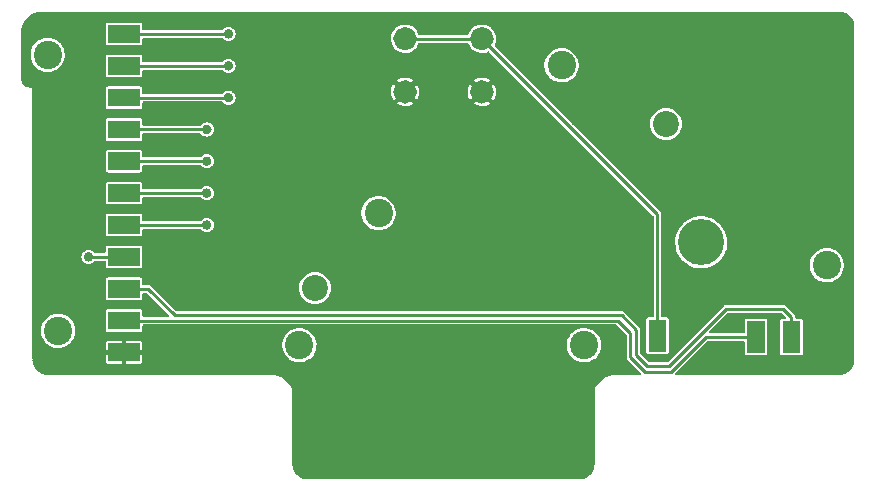
<source format=gbr>
%TF.GenerationSoftware,KiCad,Pcbnew,8.0.4*%
%TF.CreationDate,2024-08-10T15:07:54-04:00*%
%TF.ProjectId,sp-slab-osh,73702d73-6c61-4622-9d6f-73682e6b6963,rev?*%
%TF.SameCoordinates,Original*%
%TF.FileFunction,Copper,L2,Bot*%
%TF.FilePolarity,Positive*%
%FSLAX46Y46*%
G04 Gerber Fmt 4.6, Leading zero omitted, Abs format (unit mm)*
G04 Created by KiCad (PCBNEW 8.0.4) date 2024-08-10 15:07:54*
%MOMM*%
%LPD*%
G01*
G04 APERTURE LIST*
%TA.AperFunction,NonConductor*%
%ADD10C,0.000000*%
%TD*%
%TA.AperFunction,NonConductor*%
%ADD11C,0.400000*%
%TD*%
%TA.AperFunction,NonConductor*%
%ADD12C,1.000000*%
%TD*%
%TA.AperFunction,ViaPad*%
%ADD13C,0.398790*%
%TD*%
%TA.AperFunction,ViaPad*%
%ADD14C,0.800000*%
%TD*%
%TA.AperFunction,ViaPad*%
%ADD15C,1.099830*%
%TD*%
%TA.AperFunction,ViaPad*%
%ADD16C,2.400310*%
%TD*%
%TA.AperFunction,ViaPad*%
%ADD17C,3.898910*%
%TD*%
%TA.AperFunction,ViaPad*%
%ADD18C,2.199650*%
%TD*%
%TA.AperFunction,Conductor*%
%ADD19C,0.250000*%
%TD*%
G04 APERTURE END LIST*
D10*
%TA.AperFunction,NonConductor*%
G36*
X67692000Y-79706290D02*
G01*
X64992000Y-79706290D01*
X64992000Y-78206290D01*
X67692000Y-78206290D01*
X67692000Y-79706290D01*
G37*
%TD.AperFunction*%
D11*
X63542000Y-87043430D02*
G75*
G02*
X63142000Y-87043430I-200000J0D01*
G01*
X63142000Y-87043430D02*
G75*
G02*
X63542000Y-87043430I200000J0D01*
G01*
D12*
X97140010Y-73074190D02*
G75*
G02*
X96140010Y-73074190I-500000J0D01*
G01*
X96140010Y-73074190D02*
G75*
G02*
X97140010Y-73074190I500000J0D01*
G01*
D10*
%TA.AperFunction,NonConductor*%
G36*
X67692000Y-87793430D02*
G01*
X64992000Y-87793430D01*
X64992000Y-86293430D01*
X67692000Y-86293430D01*
X67692000Y-87793430D01*
G37*
%TD.AperFunction*%
D11*
X73542000Y-78956290D02*
G75*
G02*
X73142000Y-78956290I-200000J0D01*
G01*
X73142000Y-78956290D02*
G75*
G02*
X73542000Y-78956290I200000J0D01*
G01*
D10*
%TA.AperFunction,NonConductor*%
G36*
X67692000Y-68923430D02*
G01*
X64992000Y-68923430D01*
X64992000Y-67423430D01*
X67692000Y-67423430D01*
X67692000Y-68923430D01*
G37*
%TD.AperFunction*%
%TA.AperFunction,NonConductor*%
G36*
X123600000Y-95180000D02*
G01*
X122100000Y-95180000D01*
X122100000Y-92480000D01*
X123600000Y-92480000D01*
X123600000Y-95180000D01*
G37*
%TD.AperFunction*%
D11*
X73542000Y-81652000D02*
G75*
G02*
X73142000Y-81652000I-200000J0D01*
G01*
X73142000Y-81652000D02*
G75*
G02*
X73542000Y-81652000I200000J0D01*
G01*
D10*
%TA.AperFunction,NonConductor*%
G36*
X67692000Y-90489430D02*
G01*
X64992000Y-90489430D01*
X64992000Y-88989430D01*
X67692000Y-88989430D01*
X67692000Y-90489430D01*
G37*
%TD.AperFunction*%
D11*
X75384000Y-73564860D02*
G75*
G02*
X74984000Y-73564860I-200000J0D01*
G01*
X74984000Y-73564860D02*
G75*
G02*
X75384000Y-73564860I200000J0D01*
G01*
X75384000Y-68173430D02*
G75*
G02*
X74984000Y-68173430I-200000J0D01*
G01*
X74984000Y-68173430D02*
G75*
G02*
X75384000Y-68173430I200000J0D01*
G01*
D10*
%TA.AperFunction,NonConductor*%
G36*
X112256000Y-95076000D02*
G01*
X110756000Y-95076000D01*
X110756000Y-92376000D01*
X112256000Y-92376000D01*
X112256000Y-95076000D01*
G37*
%TD.AperFunction*%
D11*
X75384000Y-70869140D02*
G75*
G02*
X74984000Y-70869140I-200000J0D01*
G01*
X74984000Y-70869140D02*
G75*
G02*
X75384000Y-70869140I200000J0D01*
G01*
D12*
X90640010Y-68574190D02*
G75*
G02*
X89640010Y-68574190I-500000J0D01*
G01*
X89640010Y-68574190D02*
G75*
G02*
X90640010Y-68574190I500000J0D01*
G01*
D10*
%TA.AperFunction,NonConductor*%
G36*
X67692000Y-74314860D02*
G01*
X64992000Y-74314860D01*
X64992000Y-72814860D01*
X67692000Y-72814860D01*
X67692000Y-74314860D01*
G37*
%TD.AperFunction*%
%TA.AperFunction,NonConductor*%
G36*
X67692000Y-71619140D02*
G01*
X64992000Y-71619140D01*
X64992000Y-70119140D01*
X67692000Y-70119140D01*
X67692000Y-71619140D01*
G37*
%TD.AperFunction*%
%TA.AperFunction,NonConductor*%
G36*
X126878230Y-66282520D02*
G01*
X126889640Y-66285140D01*
X126900520Y-66282680D01*
X126911670Y-66282700D01*
X126911660Y-66283200D01*
X126921570Y-66282480D01*
X127000220Y-66288670D01*
X127085600Y-66295390D01*
X127100940Y-66297820D01*
X127192540Y-66319820D01*
X127284150Y-66341810D01*
X127298920Y-66346610D01*
X127385960Y-66382660D01*
X127472990Y-66418710D01*
X127486830Y-66425760D01*
X127647480Y-66524210D01*
X127660050Y-66533340D01*
X127803310Y-66655700D01*
X127814300Y-66666690D01*
X127936660Y-66809950D01*
X127945790Y-66822520D01*
X128044240Y-66983170D01*
X128051290Y-66997010D01*
X128123390Y-67171080D01*
X128128190Y-67185850D01*
X128172180Y-67369060D01*
X128174610Y-67384400D01*
X128187480Y-67547920D01*
X128186760Y-67557630D01*
X128187380Y-67557630D01*
X128187360Y-67568770D01*
X128184860Y-67579640D01*
X128187320Y-67590520D01*
X128187560Y-67591580D01*
X128190000Y-67613430D01*
X128190000Y-95696040D01*
X128187480Y-95718230D01*
X128184860Y-95729640D01*
X128187320Y-95740520D01*
X128187300Y-95751670D01*
X128186800Y-95751660D01*
X128187520Y-95761570D01*
X128185500Y-95787240D01*
X128174610Y-95925600D01*
X128172180Y-95940940D01*
X128153790Y-96017510D01*
X128139440Y-96077310D01*
X128128190Y-96124150D01*
X128123390Y-96138920D01*
X128051290Y-96312990D01*
X128044240Y-96326830D01*
X127945790Y-96487480D01*
X127936660Y-96500050D01*
X127814300Y-96643310D01*
X127803310Y-96654300D01*
X127660050Y-96776660D01*
X127647480Y-96785790D01*
X127486830Y-96884240D01*
X127472990Y-96891290D01*
X127385960Y-96927340D01*
X127298920Y-96963390D01*
X127284150Y-96968190D01*
X127192540Y-96990180D01*
X127100940Y-97012180D01*
X127085600Y-97014610D01*
X126959780Y-97024510D01*
X126922080Y-97027480D01*
X126912370Y-97026760D01*
X126912370Y-97027380D01*
X126901230Y-97027360D01*
X126890360Y-97024860D01*
X126878610Y-97027520D01*
X126878420Y-97027560D01*
X126856570Y-97030000D01*
X113093050Y-97030000D01*
X113034860Y-97011090D01*
X112998900Y-96961590D01*
X112998900Y-96900410D01*
X113023050Y-96861000D01*
X115699550Y-94184500D01*
X115754070Y-94156720D01*
X115769550Y-94155500D01*
X118800500Y-94155500D01*
X118858690Y-94174410D01*
X118894660Y-94223910D01*
X118899500Y-94254500D01*
X118899500Y-95199750D01*
X118911130Y-95258230D01*
X118955450Y-95324550D01*
X119021770Y-95368870D01*
X119031330Y-95370770D01*
X119054010Y-95375280D01*
X119080250Y-95380500D01*
X120619750Y-95380500D01*
X120646000Y-95375280D01*
X120668670Y-95370770D01*
X120678230Y-95368870D01*
X120744550Y-95324550D01*
X120788870Y-95258230D01*
X120800500Y-95199750D01*
X120800500Y-92460250D01*
X120788870Y-92401770D01*
X120744550Y-92335450D01*
X120678230Y-92291130D01*
X120668670Y-92289230D01*
X120646000Y-92284720D01*
X120619750Y-92279500D01*
X119080250Y-92279500D01*
X119054010Y-92284720D01*
X119031330Y-92289230D01*
X119021770Y-92291130D01*
X118955450Y-92335450D01*
X118911130Y-92401770D01*
X118899500Y-92460250D01*
X118899500Y-93405500D01*
X118880590Y-93463690D01*
X118831090Y-93499660D01*
X118800500Y-93504500D01*
X115982830Y-93504500D01*
X115924640Y-93485590D01*
X115888680Y-93436090D01*
X115888680Y-93374910D01*
X115912830Y-93335500D01*
X117453830Y-91794500D01*
X117508350Y-91766720D01*
X117523830Y-91765500D01*
X121998170Y-91765500D01*
X122056360Y-91784410D01*
X122068170Y-91794500D01*
X122384170Y-92110500D01*
X122411950Y-92165010D01*
X122402380Y-92225450D01*
X122359110Y-92268710D01*
X122314170Y-92279500D01*
X122080250Y-92279500D01*
X122054010Y-92284720D01*
X122031330Y-92289230D01*
X122021770Y-92291130D01*
X121955450Y-92335450D01*
X121911130Y-92401770D01*
X121899500Y-92460250D01*
X121899500Y-95199750D01*
X121911130Y-95258230D01*
X121955450Y-95324550D01*
X122021770Y-95368870D01*
X122031330Y-95370770D01*
X122054010Y-95375280D01*
X122080250Y-95380500D01*
X123619750Y-95380500D01*
X123646000Y-95375280D01*
X123668670Y-95370770D01*
X123678230Y-95368870D01*
X123744550Y-95324550D01*
X123788870Y-95258230D01*
X123800500Y-95199750D01*
X123800500Y-92460250D01*
X123788870Y-92401770D01*
X123744550Y-92335450D01*
X123678230Y-92291130D01*
X123668670Y-92289230D01*
X123646000Y-92284720D01*
X123619750Y-92279500D01*
X123274500Y-92279500D01*
X123216310Y-92260590D01*
X123180350Y-92211090D01*
X123175500Y-92180500D01*
X123175500Y-92134520D01*
X123175880Y-92125890D01*
X123178510Y-92095820D01*
X123179260Y-92087190D01*
X123177020Y-92078830D01*
X123169210Y-92049660D01*
X123167340Y-92041230D01*
X123160590Y-92002960D01*
X123156260Y-91995450D01*
X123154260Y-91989960D01*
X123151800Y-91984680D01*
X123149550Y-91976320D01*
X123127260Y-91944480D01*
X123122640Y-91937220D01*
X123103190Y-91903550D01*
X123073440Y-91878570D01*
X123067070Y-91872740D01*
X122417270Y-91222940D01*
X122411430Y-91216580D01*
X122392020Y-91193440D01*
X122386460Y-91186810D01*
X122352790Y-91167370D01*
X122345510Y-91162730D01*
X122343060Y-91161010D01*
X122313680Y-91140450D01*
X122305320Y-91138200D01*
X122300030Y-91135740D01*
X122294540Y-91133740D01*
X122287050Y-91129410D01*
X122278520Y-91127910D01*
X122248780Y-91122670D01*
X122240350Y-91120800D01*
X122211170Y-91112980D01*
X122202810Y-91110740D01*
X122194180Y-91111490D01*
X122164100Y-91114120D01*
X122155470Y-91114500D01*
X117366530Y-91114500D01*
X117357910Y-91114120D01*
X117327820Y-91111490D01*
X117319190Y-91110740D01*
X117310830Y-91112980D01*
X117281650Y-91120800D01*
X117273220Y-91122670D01*
X117243480Y-91127910D01*
X117234960Y-91129410D01*
X117227460Y-91133740D01*
X117221970Y-91135740D01*
X117216680Y-91138200D01*
X117208320Y-91140450D01*
X117178940Y-91161010D01*
X117176490Y-91162730D01*
X117169210Y-91167370D01*
X117135550Y-91186810D01*
X117129980Y-91193440D01*
X117110570Y-91216570D01*
X117104740Y-91222940D01*
X112416170Y-95911500D01*
X112361650Y-95939280D01*
X112346170Y-95940500D01*
X110793550Y-95940500D01*
X110735360Y-95921590D01*
X110723550Y-95911500D01*
X110082500Y-95270450D01*
X110054720Y-95215940D01*
X110053500Y-95200450D01*
X110053500Y-93236520D01*
X110053880Y-93227890D01*
X110056510Y-93197820D01*
X110057260Y-93189190D01*
X110047210Y-93151660D01*
X110045340Y-93143230D01*
X110043720Y-93134040D01*
X110038590Y-93104960D01*
X110034260Y-93097450D01*
X110032260Y-93091970D01*
X110029800Y-93086680D01*
X110027550Y-93078320D01*
X110005260Y-93046480D01*
X110000630Y-93039210D01*
X109985520Y-93013040D01*
X109981190Y-93005550D01*
X109951440Y-92980570D01*
X109945070Y-92974740D01*
X108743750Y-91773420D01*
X108737910Y-91767060D01*
X108736610Y-91765500D01*
X108712940Y-91737290D01*
X108679270Y-91717850D01*
X108671990Y-91713210D01*
X108669540Y-91711490D01*
X108640160Y-91690930D01*
X108631800Y-91688680D01*
X108626510Y-91686220D01*
X108621020Y-91684220D01*
X108613530Y-91679890D01*
X108605000Y-91678390D01*
X108575260Y-91673150D01*
X108566830Y-91671280D01*
X108537650Y-91663460D01*
X108529290Y-91661220D01*
X108520660Y-91661970D01*
X108490580Y-91664600D01*
X108481950Y-91664980D01*
X70830320Y-91664980D01*
X70772120Y-91646070D01*
X70760310Y-91635980D01*
X68800140Y-89675820D01*
X81155930Y-89675820D01*
X81176520Y-89911220D01*
X81237680Y-90139480D01*
X81337550Y-90353640D01*
X81473090Y-90547220D01*
X81640190Y-90714310D01*
X81833760Y-90849850D01*
X82047920Y-90949720D01*
X82276180Y-91010880D01*
X82361020Y-91018300D01*
X82450460Y-91026130D01*
X82450470Y-91026130D01*
X82452620Y-91026320D01*
X82570550Y-91026320D01*
X82572710Y-91026130D01*
X82572720Y-91026130D01*
X82662160Y-91018300D01*
X82747000Y-91010880D01*
X82975250Y-90949720D01*
X83189420Y-90849850D01*
X83382990Y-90714310D01*
X83550080Y-90547220D01*
X83683140Y-90357190D01*
X83685620Y-90353650D01*
X83785490Y-90139480D01*
X83846650Y-89911220D01*
X83867250Y-89675820D01*
X83846650Y-89440410D01*
X83785490Y-89212150D01*
X83685620Y-88997990D01*
X83550080Y-88804410D01*
X83382990Y-88637320D01*
X83189420Y-88501780D01*
X82975250Y-88401910D01*
X82747000Y-88340750D01*
X82662160Y-88333330D01*
X82572720Y-88325500D01*
X82572710Y-88325500D01*
X82570550Y-88325320D01*
X82452620Y-88325320D01*
X82450470Y-88325500D01*
X82450460Y-88325500D01*
X82361020Y-88333330D01*
X82276180Y-88340750D01*
X82047920Y-88401910D01*
X81833760Y-88501780D01*
X81640190Y-88637320D01*
X81473090Y-88804410D01*
X81412850Y-88890450D01*
X81340030Y-88994440D01*
X81337550Y-88997990D01*
X81237680Y-89212150D01*
X81176520Y-89440410D01*
X81155930Y-89675820D01*
X68800140Y-89675820D01*
X68646700Y-89522370D01*
X68640860Y-89516000D01*
X68615880Y-89486230D01*
X68582220Y-89466800D01*
X68574940Y-89462160D01*
X68572480Y-89460440D01*
X68543110Y-89439870D01*
X68534740Y-89437630D01*
X68529460Y-89435170D01*
X68523970Y-89433170D01*
X68516470Y-89428840D01*
X68507950Y-89427340D01*
X68478210Y-89422090D01*
X68469780Y-89420220D01*
X68440600Y-89412410D01*
X68432240Y-89410160D01*
X68423610Y-89410920D01*
X68393520Y-89413550D01*
X68384890Y-89413930D01*
X67991500Y-89413930D01*
X67933310Y-89395020D01*
X67897350Y-89345520D01*
X67892500Y-89314930D01*
X67892500Y-88969680D01*
X67880870Y-88911200D01*
X67836550Y-88844880D01*
X67770230Y-88800560D01*
X67760670Y-88798660D01*
X67738000Y-88794150D01*
X67711750Y-88788930D01*
X64972250Y-88788930D01*
X64946010Y-88794150D01*
X64923330Y-88798660D01*
X64913770Y-88800560D01*
X64847450Y-88844880D01*
X64803130Y-88911200D01*
X64791500Y-88969680D01*
X64791500Y-90509180D01*
X64792450Y-90513940D01*
X64799070Y-90547220D01*
X64803130Y-90567660D01*
X64847450Y-90633980D01*
X64913770Y-90678300D01*
X64923330Y-90680200D01*
X64946010Y-90684710D01*
X64972250Y-90689930D01*
X67711750Y-90689930D01*
X67738000Y-90684710D01*
X67760670Y-90680200D01*
X67770230Y-90678300D01*
X67836550Y-90633980D01*
X67880870Y-90567660D01*
X67884930Y-90547220D01*
X67891550Y-90513940D01*
X67892500Y-90509180D01*
X67892500Y-90163930D01*
X67911410Y-90105740D01*
X67960910Y-90069770D01*
X67991500Y-90064930D01*
X68227590Y-90064930D01*
X68285790Y-90083840D01*
X68297600Y-90093920D01*
X70149170Y-91945500D01*
X70176950Y-92000010D01*
X70167380Y-92060450D01*
X70124110Y-92103710D01*
X70079170Y-92114500D01*
X67991500Y-92114500D01*
X67933310Y-92095590D01*
X67897350Y-92046090D01*
X67892500Y-92015500D01*
X67892500Y-91665680D01*
X67880870Y-91607200D01*
X67836550Y-91540880D01*
X67770230Y-91496560D01*
X67760670Y-91494660D01*
X67738000Y-91490150D01*
X67711750Y-91484930D01*
X64972250Y-91484930D01*
X64946010Y-91490150D01*
X64923330Y-91494660D01*
X64913770Y-91496560D01*
X64847450Y-91540880D01*
X64803130Y-91607200D01*
X64791500Y-91665680D01*
X64791500Y-93205180D01*
X64792450Y-93209940D01*
X64800970Y-93252760D01*
X64803130Y-93263660D01*
X64847450Y-93329980D01*
X64913770Y-93374300D01*
X64923330Y-93376200D01*
X64946010Y-93380710D01*
X64972250Y-93385930D01*
X67711750Y-93385930D01*
X67738000Y-93380710D01*
X67760670Y-93376200D01*
X67770230Y-93374300D01*
X67836550Y-93329980D01*
X67880870Y-93263660D01*
X67883040Y-93252760D01*
X67891550Y-93209940D01*
X67892500Y-93205180D01*
X67892500Y-92864500D01*
X67911410Y-92806310D01*
X67960910Y-92770350D01*
X67991500Y-92765500D01*
X108012170Y-92765500D01*
X108070360Y-92784410D01*
X108082170Y-92794500D01*
X108865500Y-93577830D01*
X108893280Y-93632350D01*
X108894500Y-93647840D01*
X108894500Y-95485470D01*
X108894120Y-95494100D01*
X108890740Y-95532810D01*
X108892980Y-95541170D01*
X108900800Y-95570350D01*
X108902670Y-95578780D01*
X108909410Y-95617050D01*
X108913740Y-95624540D01*
X108915740Y-95630030D01*
X108918200Y-95635320D01*
X108920450Y-95643680D01*
X108939170Y-95670420D01*
X108942730Y-95675510D01*
X108947370Y-95682790D01*
X108966810Y-95716460D01*
X108996580Y-95741440D01*
X109002940Y-95747260D01*
X110116670Y-96861000D01*
X110144450Y-96915510D01*
X110134880Y-96975950D01*
X110091610Y-97019210D01*
X110046670Y-97030000D01*
X107924220Y-97030000D01*
X107901870Y-97027440D01*
X107890720Y-97024860D01*
X107890000Y-97024860D01*
X107885030Y-97025990D01*
X107883890Y-97026100D01*
X107647450Y-97043010D01*
X107409830Y-97094700D01*
X107181990Y-97179680D01*
X106968560Y-97296220D01*
X106773890Y-97441950D01*
X106601950Y-97613890D01*
X106456220Y-97808560D01*
X106339680Y-98021990D01*
X106254700Y-98249830D01*
X106203010Y-98487450D01*
X106200200Y-98526640D01*
X106186210Y-98722260D01*
X106186030Y-98724240D01*
X106184860Y-98729280D01*
X106184860Y-98730000D01*
X106186100Y-98735450D01*
X106187520Y-98741680D01*
X106190000Y-98763700D01*
X106190000Y-104546040D01*
X106187480Y-104568230D01*
X106184860Y-104579640D01*
X106187320Y-104590520D01*
X106187300Y-104601670D01*
X106186800Y-104601660D01*
X106187520Y-104611570D01*
X106174610Y-104775600D01*
X106172180Y-104790940D01*
X106128190Y-104974150D01*
X106123390Y-104988920D01*
X106051290Y-105162990D01*
X106044240Y-105176830D01*
X105945790Y-105337480D01*
X105936660Y-105350050D01*
X105814300Y-105493310D01*
X105803310Y-105504300D01*
X105660050Y-105626660D01*
X105647480Y-105635790D01*
X105486830Y-105734240D01*
X105472990Y-105741290D01*
X105385950Y-105777340D01*
X105298920Y-105813390D01*
X105284150Y-105818190D01*
X105192540Y-105840180D01*
X105100940Y-105862180D01*
X105085600Y-105864610D01*
X104959780Y-105874510D01*
X104922080Y-105877480D01*
X104912370Y-105876760D01*
X104912370Y-105877380D01*
X104901230Y-105877360D01*
X104890360Y-105874860D01*
X104878610Y-105877520D01*
X104878420Y-105877560D01*
X104856570Y-105880000D01*
X81923960Y-105880000D01*
X81901770Y-105877480D01*
X81901750Y-105877480D01*
X81890360Y-105874860D01*
X81879480Y-105877320D01*
X81868340Y-105877300D01*
X81868340Y-105876800D01*
X81858430Y-105877520D01*
X81779780Y-105871330D01*
X81694400Y-105864610D01*
X81679060Y-105862180D01*
X81587460Y-105840180D01*
X81495850Y-105818190D01*
X81481080Y-105813390D01*
X81394050Y-105777340D01*
X81307010Y-105741290D01*
X81293170Y-105734240D01*
X81132520Y-105635790D01*
X81119950Y-105626660D01*
X80976690Y-105504300D01*
X80965700Y-105493310D01*
X80843340Y-105350050D01*
X80834210Y-105337480D01*
X80735760Y-105176830D01*
X80728710Y-105162990D01*
X80656610Y-104988920D01*
X80651810Y-104974150D01*
X80607820Y-104790940D01*
X80605390Y-104775600D01*
X80592520Y-104612080D01*
X80593240Y-104602370D01*
X80592620Y-104602370D01*
X80592640Y-104591230D01*
X80595140Y-104580360D01*
X80592440Y-104568420D01*
X80590000Y-104546570D01*
X80590000Y-98764220D01*
X80592560Y-98741870D01*
X80593880Y-98736180D01*
X80595140Y-98730720D01*
X80595140Y-98730000D01*
X80594010Y-98725030D01*
X80593900Y-98723880D01*
X80593130Y-98713070D01*
X80576990Y-98487450D01*
X80525300Y-98249830D01*
X80440320Y-98021990D01*
X80323780Y-97808560D01*
X80178060Y-97613890D01*
X80006110Y-97441950D01*
X79811440Y-97296220D01*
X79598010Y-97179680D01*
X79370170Y-97094700D01*
X79132550Y-97043010D01*
X78897720Y-97026210D01*
X78895760Y-97026030D01*
X78890720Y-97024860D01*
X78890000Y-97024860D01*
X78884550Y-97026100D01*
X78878320Y-97027520D01*
X78856300Y-97030000D01*
X59923960Y-97030000D01*
X59901770Y-97027480D01*
X59901750Y-97027480D01*
X59890360Y-97024860D01*
X59879480Y-97027320D01*
X59868340Y-97027300D01*
X59868340Y-97026800D01*
X59858430Y-97027520D01*
X59779780Y-97021330D01*
X59694400Y-97014610D01*
X59679060Y-97012180D01*
X59587460Y-96990180D01*
X59495850Y-96968190D01*
X59481080Y-96963390D01*
X59394050Y-96927340D01*
X59307010Y-96891290D01*
X59293170Y-96884240D01*
X59132520Y-96785790D01*
X59119950Y-96776660D01*
X58976690Y-96654300D01*
X58965700Y-96643310D01*
X58843340Y-96500050D01*
X58834210Y-96487480D01*
X58735760Y-96326830D01*
X58728710Y-96312990D01*
X58656610Y-96138920D01*
X58651810Y-96124150D01*
X58640560Y-96077310D01*
X58626210Y-96017510D01*
X58607820Y-95940940D01*
X58605390Y-95925600D01*
X58603090Y-95896270D01*
X58592520Y-95762080D01*
X58593240Y-95752370D01*
X58592620Y-95752370D01*
X58592640Y-95741230D01*
X58595140Y-95730360D01*
X58592440Y-95718420D01*
X58590000Y-95696570D01*
X58590000Y-95339670D01*
X64792000Y-95339670D01*
X64792000Y-95896270D01*
X64792950Y-95905890D01*
X64801700Y-95949900D01*
X64809020Y-95967570D01*
X64842390Y-96017510D01*
X64855920Y-96031040D01*
X64905860Y-96064410D01*
X64923530Y-96071730D01*
X64967540Y-96080480D01*
X64977160Y-96081430D01*
X66126320Y-96081430D01*
X66139010Y-96077310D01*
X66142000Y-96073190D01*
X66142000Y-96065750D01*
X66142000Y-95347110D01*
X66139584Y-95339670D01*
X66542000Y-95339670D01*
X66542000Y-96065750D01*
X66546120Y-96078430D01*
X66550240Y-96081430D01*
X67706840Y-96081430D01*
X67716460Y-96080480D01*
X67760470Y-96071730D01*
X67778140Y-96064410D01*
X67828080Y-96031040D01*
X67841610Y-96017510D01*
X67874980Y-95967570D01*
X67882300Y-95949900D01*
X67891050Y-95905890D01*
X67892000Y-95896270D01*
X67892000Y-95347110D01*
X67887880Y-95334420D01*
X67883760Y-95331430D01*
X66557680Y-95331430D01*
X66545000Y-95335550D01*
X66542000Y-95339670D01*
X66139584Y-95339670D01*
X66137880Y-95334420D01*
X66133760Y-95331430D01*
X64807680Y-95331430D01*
X64795000Y-95335550D01*
X64792000Y-95339670D01*
X58590000Y-95339670D01*
X58590000Y-94915750D01*
X58590000Y-93396880D01*
X59311100Y-93396880D01*
X59347180Y-93632650D01*
X59421290Y-93859370D01*
X59423160Y-93862970D01*
X59452750Y-93919810D01*
X59531420Y-94070940D01*
X59674630Y-94261680D01*
X59847070Y-94426460D01*
X59850420Y-94428750D01*
X59850430Y-94428750D01*
X60040760Y-94558590D01*
X60044110Y-94560880D01*
X60047790Y-94562580D01*
X60047800Y-94562590D01*
X60145140Y-94607770D01*
X60260460Y-94661300D01*
X60264370Y-94662390D01*
X60486380Y-94723950D01*
X60490300Y-94725040D01*
X60494350Y-94725470D01*
X60551770Y-94731610D01*
X60685020Y-94745850D01*
X60823490Y-94745850D01*
X60825520Y-94745680D01*
X60825530Y-94745680D01*
X60996700Y-94731610D01*
X61000750Y-94731280D01*
X61004680Y-94730290D01*
X61004690Y-94730290D01*
X61165050Y-94690010D01*
X61232080Y-94673170D01*
X61450810Y-94578060D01*
X61557800Y-94508850D01*
X61647670Y-94450710D01*
X61651080Y-94448510D01*
X61741104Y-94366590D01*
X64792000Y-94366590D01*
X64792000Y-94915750D01*
X64796120Y-94928430D01*
X64800240Y-94931430D01*
X66126320Y-94931430D01*
X66139010Y-94927310D01*
X66142000Y-94923190D01*
X66142000Y-94915750D01*
X66142000Y-94197110D01*
X66139584Y-94189670D01*
X66542000Y-94189670D01*
X66542000Y-94915750D01*
X66546120Y-94928430D01*
X66550240Y-94931430D01*
X67876320Y-94931430D01*
X67889010Y-94927310D01*
X67892000Y-94923190D01*
X67892000Y-94621530D01*
X79738070Y-94621530D01*
X79774150Y-94857300D01*
X79848260Y-95084020D01*
X79850130Y-95087620D01*
X79943170Y-95266340D01*
X79958390Y-95295590D01*
X80101600Y-95486330D01*
X80274040Y-95651110D01*
X80277390Y-95653400D01*
X80277400Y-95653400D01*
X80422480Y-95752370D01*
X80471080Y-95785530D01*
X80474760Y-95787230D01*
X80474770Y-95787240D01*
X80572110Y-95832420D01*
X80687430Y-95885950D01*
X80691340Y-95887040D01*
X80913350Y-95948600D01*
X80917270Y-95949690D01*
X80921320Y-95950120D01*
X80978740Y-95956260D01*
X81111990Y-95970500D01*
X81250460Y-95970500D01*
X81252490Y-95970330D01*
X81252500Y-95970330D01*
X81423670Y-95956260D01*
X81427720Y-95955930D01*
X81431650Y-95954940D01*
X81431660Y-95954940D01*
X81604570Y-95911500D01*
X81659050Y-95897820D01*
X81877780Y-95802710D01*
X81991290Y-95729280D01*
X82074640Y-95675360D01*
X82078050Y-95673160D01*
X82254460Y-95512630D01*
X82256980Y-95509440D01*
X82399780Y-95328630D01*
X82402290Y-95325450D01*
X82460200Y-95220550D01*
X82515600Y-95120190D01*
X82517560Y-95116630D01*
X82526680Y-95090890D01*
X82584210Y-94928430D01*
X82597180Y-94891790D01*
X82639010Y-94656970D01*
X82639450Y-94621530D01*
X103838070Y-94621530D01*
X103874150Y-94857300D01*
X103948260Y-95084020D01*
X103950130Y-95087620D01*
X104043170Y-95266340D01*
X104058390Y-95295590D01*
X104201600Y-95486330D01*
X104374040Y-95651110D01*
X104377390Y-95653400D01*
X104377400Y-95653400D01*
X104522480Y-95752370D01*
X104571080Y-95785530D01*
X104574760Y-95787230D01*
X104574770Y-95787240D01*
X104672110Y-95832420D01*
X104787430Y-95885950D01*
X104791340Y-95887040D01*
X105013350Y-95948600D01*
X105017270Y-95949690D01*
X105021320Y-95950120D01*
X105078740Y-95956260D01*
X105211990Y-95970500D01*
X105350460Y-95970500D01*
X105352490Y-95970330D01*
X105352500Y-95970330D01*
X105523670Y-95956260D01*
X105527720Y-95955930D01*
X105531650Y-95954940D01*
X105531660Y-95954940D01*
X105704570Y-95911500D01*
X105759050Y-95897820D01*
X105977780Y-95802710D01*
X106091290Y-95729280D01*
X106174640Y-95675360D01*
X106178050Y-95673160D01*
X106354460Y-95512630D01*
X106356980Y-95509440D01*
X106499780Y-95328630D01*
X106502290Y-95325450D01*
X106560200Y-95220550D01*
X106615600Y-95120190D01*
X106617560Y-95116630D01*
X106626680Y-95090890D01*
X106684210Y-94928430D01*
X106697180Y-94891790D01*
X106739010Y-94656970D01*
X106741930Y-94418470D01*
X106705850Y-94182700D01*
X106631750Y-93955980D01*
X106612920Y-93919810D01*
X106523490Y-93748020D01*
X106521610Y-93744410D01*
X106378400Y-93553680D01*
X106205960Y-93388890D01*
X106202610Y-93386600D01*
X106202600Y-93386600D01*
X106012270Y-93256760D01*
X106008920Y-93254480D01*
X106005240Y-93252770D01*
X106005230Y-93252760D01*
X105886870Y-93197820D01*
X105792570Y-93154050D01*
X105646310Y-93113490D01*
X105566650Y-93091400D01*
X105562730Y-93090310D01*
X105558680Y-93089880D01*
X105487380Y-93082260D01*
X105368010Y-93069500D01*
X105229540Y-93069500D01*
X105227510Y-93069670D01*
X105227500Y-93069670D01*
X105056330Y-93083740D01*
X105052280Y-93084070D01*
X105048350Y-93085060D01*
X104887980Y-93125340D01*
X104820950Y-93142180D01*
X104602220Y-93237290D01*
X104578290Y-93252760D01*
X104405370Y-93364640D01*
X104405360Y-93364640D01*
X104401950Y-93366850D01*
X104225540Y-93527370D01*
X104223020Y-93530560D01*
X104080220Y-93711370D01*
X104077710Y-93714560D01*
X103962440Y-93923370D01*
X103882820Y-94148210D01*
X103840990Y-94383030D01*
X103840940Y-94387090D01*
X103840460Y-94426460D01*
X103838070Y-94621530D01*
X82639450Y-94621530D01*
X82641930Y-94418470D01*
X82605850Y-94182700D01*
X82531750Y-93955980D01*
X82512920Y-93919810D01*
X82423490Y-93748020D01*
X82421610Y-93744410D01*
X82278400Y-93553680D01*
X82105960Y-93388890D01*
X82102610Y-93386600D01*
X82102600Y-93386600D01*
X81912270Y-93256760D01*
X81908920Y-93254480D01*
X81905240Y-93252770D01*
X81905230Y-93252760D01*
X81786870Y-93197820D01*
X81692570Y-93154050D01*
X81546310Y-93113490D01*
X81466650Y-93091400D01*
X81462730Y-93090310D01*
X81458680Y-93089880D01*
X81387380Y-93082260D01*
X81268010Y-93069500D01*
X81129540Y-93069500D01*
X81127510Y-93069670D01*
X81127500Y-93069670D01*
X80956330Y-93083740D01*
X80952280Y-93084070D01*
X80948350Y-93085060D01*
X80787980Y-93125340D01*
X80720950Y-93142180D01*
X80502220Y-93237290D01*
X80478290Y-93252760D01*
X80305370Y-93364640D01*
X80305360Y-93364640D01*
X80301950Y-93366850D01*
X80125540Y-93527370D01*
X80123020Y-93530560D01*
X79980220Y-93711370D01*
X79977710Y-93714560D01*
X79862440Y-93923370D01*
X79782820Y-94148210D01*
X79740990Y-94383030D01*
X79740940Y-94387090D01*
X79740460Y-94426460D01*
X79738070Y-94621530D01*
X67892000Y-94621530D01*
X67892000Y-94366590D01*
X67891050Y-94356970D01*
X67882300Y-94312950D01*
X67874980Y-94295290D01*
X67841610Y-94245350D01*
X67828080Y-94231820D01*
X67778140Y-94198450D01*
X67760470Y-94191130D01*
X67716460Y-94182380D01*
X67706840Y-94181430D01*
X66557680Y-94181430D01*
X66545000Y-94185550D01*
X66542000Y-94189670D01*
X66139584Y-94189670D01*
X66137880Y-94184420D01*
X66133760Y-94181430D01*
X64977160Y-94181430D01*
X64967540Y-94182380D01*
X64923530Y-94191130D01*
X64905860Y-94198450D01*
X64855920Y-94231820D01*
X64842390Y-94245350D01*
X64809020Y-94295290D01*
X64801700Y-94312950D01*
X64792950Y-94356970D01*
X64792000Y-94366590D01*
X61741104Y-94366590D01*
X61827490Y-94287980D01*
X61830010Y-94284790D01*
X61972810Y-94103980D01*
X61975320Y-94100800D01*
X62090590Y-93891980D01*
X62170210Y-93667140D01*
X62212040Y-93432320D01*
X62212540Y-93391690D01*
X62214220Y-93254480D01*
X62214960Y-93193820D01*
X62178880Y-92958050D01*
X62122120Y-92784410D01*
X62106040Y-92735190D01*
X62106030Y-92735190D01*
X62104780Y-92731330D01*
X61994640Y-92519760D01*
X61851430Y-92329030D01*
X61678990Y-92164240D01*
X61675640Y-92161950D01*
X61675630Y-92161950D01*
X61485300Y-92032110D01*
X61481950Y-92029830D01*
X61478270Y-92028120D01*
X61478260Y-92028110D01*
X61351390Y-91969220D01*
X61265600Y-91929400D01*
X61082330Y-91878570D01*
X61039680Y-91866750D01*
X61035760Y-91865660D01*
X61031710Y-91865230D01*
X60960410Y-91857610D01*
X60841040Y-91844850D01*
X60702570Y-91844850D01*
X60700540Y-91845020D01*
X60700530Y-91845020D01*
X60529360Y-91859090D01*
X60525310Y-91859420D01*
X60521380Y-91860410D01*
X60361010Y-91900690D01*
X60293980Y-91917530D01*
X60229660Y-91945500D01*
X60104280Y-92000010D01*
X60075250Y-92012640D01*
X59976530Y-92076500D01*
X59878400Y-92139990D01*
X59878390Y-92139990D01*
X59874980Y-92142200D01*
X59871970Y-92144930D01*
X59827690Y-92185230D01*
X59698570Y-92302720D01*
X59696050Y-92305910D01*
X59553250Y-92486720D01*
X59550740Y-92489910D01*
X59435470Y-92698720D01*
X59434110Y-92702540D01*
X59434110Y-92702550D01*
X59397370Y-92806310D01*
X59355850Y-92923560D01*
X59314020Y-93158380D01*
X59313970Y-93162440D01*
X59312840Y-93254480D01*
X59311100Y-93396880D01*
X58590000Y-93396880D01*
X58590000Y-87043430D01*
X62736320Y-87043430D01*
X62756960Y-87200190D01*
X62817460Y-87346270D01*
X62913720Y-87471710D01*
X63039160Y-87567960D01*
X63185240Y-87628470D01*
X63342000Y-87649110D01*
X63498760Y-87628470D01*
X63644840Y-87567960D01*
X63770280Y-87471710D01*
X63819430Y-87407660D01*
X63869850Y-87373010D01*
X63897970Y-87368930D01*
X64692500Y-87368930D01*
X64750690Y-87387840D01*
X64786660Y-87437340D01*
X64791500Y-87467930D01*
X64791500Y-87813180D01*
X64792450Y-87817940D01*
X64800740Y-87859610D01*
X64803130Y-87871660D01*
X64847450Y-87937980D01*
X64913770Y-87982300D01*
X64923330Y-87984200D01*
X64946010Y-87988710D01*
X64972250Y-87993930D01*
X67711750Y-87993930D01*
X67738000Y-87988710D01*
X67760670Y-87984200D01*
X67770230Y-87982300D01*
X67836550Y-87937980D01*
X67880870Y-87871660D01*
X67883270Y-87859610D01*
X67891550Y-87817940D01*
X67892500Y-87813180D01*
X67892500Y-86273680D01*
X67880870Y-86215200D01*
X67836550Y-86148880D01*
X67770230Y-86104560D01*
X67760670Y-86102660D01*
X67738000Y-86098150D01*
X67711750Y-86092930D01*
X64972250Y-86092930D01*
X64946010Y-86098150D01*
X64923330Y-86102660D01*
X64913770Y-86104560D01*
X64847450Y-86148880D01*
X64803130Y-86215200D01*
X64791500Y-86273680D01*
X64791500Y-86618930D01*
X64772590Y-86677120D01*
X64723090Y-86713080D01*
X64692500Y-86717930D01*
X63897970Y-86717930D01*
X63839780Y-86699020D01*
X63819430Y-86679200D01*
X63774240Y-86620300D01*
X63770280Y-86615150D01*
X63644840Y-86518890D01*
X63498760Y-86458380D01*
X63342000Y-86437750D01*
X63185240Y-86458380D01*
X63039160Y-86518890D01*
X62913720Y-86615150D01*
X62817460Y-86740590D01*
X62756960Y-86886670D01*
X62736320Y-87043430D01*
X58590000Y-87043430D01*
X58590000Y-85117460D01*
X58590000Y-83577970D01*
X64791500Y-83577970D01*
X64791500Y-85117460D01*
X64803130Y-85175950D01*
X64847450Y-85242270D01*
X64913770Y-85286580D01*
X64923330Y-85288480D01*
X64946010Y-85292990D01*
X64972250Y-85298210D01*
X67711750Y-85298210D01*
X67738000Y-85292990D01*
X67760670Y-85288480D01*
X67770230Y-85286580D01*
X67836550Y-85242270D01*
X67880870Y-85175950D01*
X67892500Y-85117460D01*
X67892500Y-84772210D01*
X67911410Y-84714020D01*
X67960910Y-84678060D01*
X67991500Y-84673210D01*
X72786030Y-84673210D01*
X72844220Y-84692120D01*
X72864570Y-84711950D01*
X72913720Y-84776000D01*
X73039160Y-84872250D01*
X73185240Y-84932760D01*
X73342000Y-84953400D01*
X73498760Y-84932760D01*
X73644840Y-84872250D01*
X73770280Y-84776000D01*
X73866540Y-84650560D01*
X73927040Y-84504480D01*
X73947680Y-84347710D01*
X73927040Y-84190950D01*
X73866540Y-84044870D01*
X73770280Y-83919430D01*
X73644840Y-83823180D01*
X73525990Y-83773950D01*
X73504760Y-83765150D01*
X73498760Y-83762670D01*
X73342000Y-83742030D01*
X73185240Y-83762670D01*
X73179240Y-83765150D01*
X73158020Y-83773950D01*
X73039160Y-83823180D01*
X72913720Y-83919430D01*
X72909760Y-83924590D01*
X72864570Y-83983480D01*
X72814150Y-84018140D01*
X72786030Y-84022210D01*
X67991500Y-84022210D01*
X67933310Y-84003310D01*
X67897350Y-83953810D01*
X67892500Y-83923210D01*
X67892500Y-83577970D01*
X67880870Y-83519480D01*
X67836550Y-83453160D01*
X67822480Y-83443760D01*
X86439000Y-83443760D01*
X86475080Y-83679530D01*
X86494340Y-83738470D01*
X86547760Y-83901890D01*
X86549180Y-83906250D01*
X86551050Y-83909850D01*
X86607430Y-84018140D01*
X86659320Y-84117820D01*
X86802530Y-84308560D01*
X86974970Y-84473340D01*
X86978320Y-84475630D01*
X87011170Y-84498040D01*
X87172010Y-84607760D01*
X87175690Y-84609460D01*
X87175690Y-84609470D01*
X87262930Y-84649960D01*
X87388350Y-84708180D01*
X87392270Y-84709270D01*
X87614270Y-84770830D01*
X87614280Y-84770830D01*
X87618200Y-84771920D01*
X87622250Y-84772350D01*
X87679660Y-84778490D01*
X87812910Y-84792730D01*
X87951390Y-84792730D01*
X87953420Y-84792560D01*
X88124590Y-84778490D01*
X88124600Y-84778490D01*
X88128640Y-84778160D01*
X88132580Y-84777170D01*
X88332770Y-84726880D01*
X88359970Y-84720050D01*
X88521170Y-84649960D01*
X88574980Y-84626560D01*
X88578710Y-84624940D01*
X88685690Y-84555730D01*
X88775560Y-84497590D01*
X88778970Y-84495390D01*
X88955390Y-84334860D01*
X88957910Y-84331670D01*
X89100700Y-84150860D01*
X89100710Y-84150860D01*
X89103220Y-84147680D01*
X89156660Y-84050870D01*
X89216530Y-83942420D01*
X89218490Y-83938860D01*
X89223550Y-83924590D01*
X89288190Y-83742030D01*
X89298110Y-83714020D01*
X89339940Y-83479200D01*
X89340190Y-83458710D01*
X89341950Y-83314540D01*
X89342850Y-83240700D01*
X89306770Y-83004930D01*
X89232670Y-82778210D01*
X89213840Y-82742040D01*
X89124410Y-82570250D01*
X89122540Y-82566640D01*
X88979320Y-82375910D01*
X88806880Y-82211120D01*
X88803530Y-82208830D01*
X88613200Y-82078990D01*
X88613190Y-82078990D01*
X88609840Y-82076710D01*
X88606160Y-82075000D01*
X88606160Y-82074990D01*
X88484040Y-82018310D01*
X88393500Y-81976280D01*
X88294570Y-81948850D01*
X88167580Y-81913630D01*
X88167570Y-81913630D01*
X88163650Y-81912540D01*
X88159610Y-81912110D01*
X88159600Y-81912110D01*
X88088300Y-81904490D01*
X87968940Y-81891730D01*
X87830460Y-81891730D01*
X87828430Y-81891900D01*
X87657260Y-81905970D01*
X87657250Y-81905970D01*
X87653210Y-81906300D01*
X87649280Y-81907290D01*
X87649270Y-81907290D01*
X87488910Y-81947570D01*
X87421880Y-81964410D01*
X87203140Y-82059520D01*
X87176890Y-82076500D01*
X87006290Y-82186870D01*
X87002880Y-82189080D01*
X86826460Y-82349600D01*
X86823950Y-82352790D01*
X86823940Y-82352790D01*
X86681150Y-82533600D01*
X86678630Y-82536790D01*
X86563360Y-82745600D01*
X86483740Y-82970440D01*
X86441910Y-83205260D01*
X86441860Y-83209320D01*
X86441140Y-83268670D01*
X86439000Y-83443760D01*
X67822480Y-83443760D01*
X67770230Y-83408850D01*
X67760670Y-83406950D01*
X67760670Y-83406940D01*
X67738000Y-83402440D01*
X67711750Y-83397210D01*
X64972250Y-83397210D01*
X64946010Y-83402440D01*
X64923330Y-83406940D01*
X64923330Y-83406950D01*
X64913770Y-83408850D01*
X64847450Y-83453160D01*
X64803130Y-83519480D01*
X64791500Y-83577970D01*
X58590000Y-83577970D01*
X58590000Y-82421750D01*
X58590000Y-80882250D01*
X64791500Y-80882250D01*
X64791500Y-82421750D01*
X64803130Y-82480230D01*
X64847450Y-82546550D01*
X64913770Y-82590870D01*
X64923330Y-82592770D01*
X64946010Y-82597280D01*
X64972250Y-82602500D01*
X67711750Y-82602500D01*
X67738000Y-82597280D01*
X67760670Y-82592770D01*
X67770230Y-82590870D01*
X67836550Y-82546550D01*
X67880870Y-82480230D01*
X67892500Y-82421750D01*
X67892500Y-82076500D01*
X67911410Y-82018310D01*
X67960910Y-81982350D01*
X67991500Y-81977500D01*
X72786030Y-81977500D01*
X72844220Y-81996410D01*
X72864570Y-82016230D01*
X72913720Y-82080280D01*
X73039160Y-82176540D01*
X73185240Y-82237040D01*
X73342000Y-82257680D01*
X73498760Y-82237040D01*
X73644840Y-82176540D01*
X73770280Y-82080280D01*
X73866540Y-81954840D01*
X73927040Y-81808760D01*
X73947680Y-81652000D01*
X73927040Y-81495240D01*
X73866540Y-81349160D01*
X73770280Y-81223720D01*
X73644840Y-81127460D01*
X73498760Y-81066960D01*
X73342000Y-81046320D01*
X73185240Y-81066960D01*
X73039160Y-81127460D01*
X72913720Y-81223720D01*
X72909760Y-81228870D01*
X72864570Y-81287770D01*
X72814150Y-81322420D01*
X72786030Y-81326500D01*
X67991500Y-81326500D01*
X67933310Y-81307590D01*
X67897350Y-81258090D01*
X67892500Y-81227500D01*
X67892500Y-80882250D01*
X67880870Y-80823770D01*
X67836550Y-80757450D01*
X67770230Y-80713130D01*
X67760670Y-80711230D01*
X67738000Y-80706720D01*
X67711750Y-80701500D01*
X64972250Y-80701500D01*
X64946010Y-80706720D01*
X64923330Y-80711230D01*
X64913770Y-80713130D01*
X64847450Y-80757450D01*
X64803130Y-80823770D01*
X64791500Y-80882250D01*
X58590000Y-80882250D01*
X58590000Y-79726030D01*
X58590000Y-78186540D01*
X64791500Y-78186540D01*
X64791500Y-79726030D01*
X64803130Y-79784520D01*
X64847450Y-79850840D01*
X64913770Y-79895150D01*
X64923330Y-79897060D01*
X64946010Y-79901570D01*
X64972250Y-79906790D01*
X67711750Y-79906790D01*
X67738000Y-79901570D01*
X67760670Y-79897060D01*
X67770230Y-79895150D01*
X67836550Y-79850840D01*
X67880870Y-79784520D01*
X67892500Y-79726030D01*
X67892500Y-79380790D01*
X67911410Y-79322600D01*
X67960910Y-79286630D01*
X67991500Y-79281790D01*
X72786030Y-79281790D01*
X72844220Y-79300690D01*
X72864570Y-79320520D01*
X72913720Y-79384570D01*
X73039160Y-79480820D01*
X73185240Y-79541330D01*
X73342000Y-79561970D01*
X73498760Y-79541330D01*
X73644840Y-79480820D01*
X73770280Y-79384570D01*
X73866540Y-79259130D01*
X73927040Y-79113050D01*
X73947680Y-78956290D01*
X73927040Y-78799520D01*
X73866540Y-78653450D01*
X73770280Y-78528000D01*
X73644840Y-78431750D01*
X73498760Y-78371240D01*
X73342000Y-78350600D01*
X73185240Y-78371240D01*
X73039160Y-78431750D01*
X72913720Y-78528000D01*
X72909760Y-78533160D01*
X72864570Y-78592050D01*
X72814150Y-78626710D01*
X72786030Y-78630790D01*
X67991500Y-78630790D01*
X67933310Y-78611880D01*
X67897350Y-78562380D01*
X67892500Y-78531790D01*
X67892500Y-78186540D01*
X67880870Y-78128060D01*
X67836550Y-78061730D01*
X67770230Y-78017420D01*
X67760670Y-78015520D01*
X67738000Y-78011010D01*
X67711750Y-78005790D01*
X64972250Y-78005790D01*
X64946010Y-78011010D01*
X64923330Y-78015520D01*
X64913770Y-78017420D01*
X64847450Y-78061730D01*
X64803130Y-78128060D01*
X64791500Y-78186540D01*
X58590000Y-78186540D01*
X58590000Y-77030320D01*
X58590000Y-75490820D01*
X64791500Y-75490820D01*
X64791500Y-77030320D01*
X64803130Y-77088800D01*
X64847450Y-77155120D01*
X64913770Y-77199440D01*
X64923330Y-77201340D01*
X64946010Y-77205850D01*
X64972250Y-77211070D01*
X67711750Y-77211070D01*
X67738000Y-77205850D01*
X67760670Y-77201340D01*
X67770230Y-77199440D01*
X67836550Y-77155120D01*
X67880870Y-77088800D01*
X67892500Y-77030320D01*
X67892500Y-76685070D01*
X67911410Y-76626880D01*
X67960910Y-76590920D01*
X67991500Y-76586070D01*
X72786030Y-76586070D01*
X72844220Y-76604980D01*
X72864570Y-76624800D01*
X72913720Y-76688850D01*
X73039160Y-76785110D01*
X73185240Y-76845620D01*
X73342000Y-76866250D01*
X73498760Y-76845620D01*
X73644840Y-76785110D01*
X73770280Y-76688850D01*
X73866540Y-76563410D01*
X73927040Y-76417330D01*
X73947680Y-76260570D01*
X73927040Y-76103810D01*
X73866540Y-75957730D01*
X73770280Y-75832290D01*
X73644840Y-75736040D01*
X73498760Y-75675530D01*
X73342000Y-75654890D01*
X73185240Y-75675530D01*
X73039160Y-75736040D01*
X72913720Y-75832290D01*
X72909760Y-75837440D01*
X72864570Y-75896340D01*
X72814150Y-75931000D01*
X72786030Y-75935070D01*
X67991500Y-75935070D01*
X67933310Y-75916170D01*
X67897350Y-75866670D01*
X67892500Y-75836070D01*
X67892500Y-75490820D01*
X67880870Y-75432340D01*
X67836550Y-75366020D01*
X67770230Y-75321710D01*
X67760670Y-75319800D01*
X67738000Y-75315290D01*
X67711750Y-75310070D01*
X64972250Y-75310070D01*
X64946010Y-75315290D01*
X64923330Y-75319800D01*
X64913770Y-75321710D01*
X64847450Y-75366020D01*
X64803130Y-75432340D01*
X64791500Y-75490820D01*
X58590000Y-75490820D01*
X58590000Y-74334610D01*
X58590000Y-72916750D01*
X58590020Y-72914880D01*
X58590620Y-72882980D01*
X58590830Y-72871830D01*
X58584660Y-72858370D01*
X58578150Y-72839150D01*
X58577330Y-72835580D01*
X58574850Y-72824710D01*
X58567900Y-72815990D01*
X58566850Y-72813790D01*
X58558950Y-72800940D01*
X58557460Y-72799010D01*
X58555674Y-72795110D01*
X64791500Y-72795110D01*
X64791500Y-74334610D01*
X64803130Y-74393090D01*
X64847450Y-74459410D01*
X64913770Y-74503730D01*
X64923330Y-74505630D01*
X64943430Y-74509630D01*
X64972250Y-74515360D01*
X67711750Y-74515360D01*
X67740570Y-74509630D01*
X67760670Y-74505630D01*
X67770230Y-74503730D01*
X67836550Y-74459410D01*
X67880870Y-74393090D01*
X67892500Y-74334610D01*
X67892500Y-73989360D01*
X67911410Y-73931170D01*
X67960910Y-73895200D01*
X67991500Y-73890360D01*
X74628030Y-73890360D01*
X74686220Y-73909270D01*
X74706570Y-73929090D01*
X74755720Y-73993140D01*
X74881160Y-74089390D01*
X75027240Y-74149900D01*
X75184000Y-74170540D01*
X75340760Y-74149900D01*
X75486840Y-74089390D01*
X75533640Y-74053490D01*
X89449380Y-74053490D01*
X89449390Y-74053530D01*
X89454910Y-74059750D01*
X89561190Y-74130760D01*
X89569140Y-74135080D01*
X89763420Y-74218550D01*
X89772030Y-74221350D01*
X89978280Y-74268020D01*
X89987240Y-74269200D01*
X90198550Y-74277500D01*
X90207560Y-74277030D01*
X90416860Y-74246680D01*
X90425640Y-74244570D01*
X90625890Y-74176600D01*
X90634140Y-74172920D01*
X90818650Y-74069590D01*
X90825760Y-74064700D01*
X90832820Y-74053520D01*
X90832810Y-74053490D01*
X95949380Y-74053490D01*
X95949390Y-74053530D01*
X95954910Y-74059750D01*
X96061190Y-74130760D01*
X96069140Y-74135080D01*
X96263420Y-74218550D01*
X96272030Y-74221350D01*
X96478280Y-74268020D01*
X96487240Y-74269200D01*
X96698550Y-74277500D01*
X96707560Y-74277030D01*
X96916860Y-74246680D01*
X96925640Y-74244570D01*
X97125890Y-74176600D01*
X97134140Y-74172920D01*
X97318650Y-74069590D01*
X97325760Y-74064700D01*
X97332820Y-74053520D01*
X97332630Y-74050690D01*
X97330630Y-74047650D01*
X96651090Y-73368120D01*
X96639210Y-73362060D01*
X96634180Y-73362860D01*
X95955430Y-74041600D01*
X95949380Y-74053490D01*
X90832810Y-74053490D01*
X90832630Y-74050690D01*
X90830630Y-74047650D01*
X90151090Y-73368120D01*
X90139210Y-73362060D01*
X90134180Y-73362860D01*
X89455430Y-74041600D01*
X89449380Y-74053490D01*
X75533640Y-74053490D01*
X75612280Y-73993140D01*
X75708540Y-73867700D01*
X75769040Y-73721620D01*
X75789680Y-73564860D01*
X75769040Y-73408100D01*
X75708540Y-73262020D01*
X75612280Y-73136580D01*
X75495760Y-73047170D01*
X88935580Y-73047170D01*
X88949410Y-73258190D01*
X88950820Y-73267110D01*
X89002870Y-73472070D01*
X89005890Y-73480600D01*
X89094420Y-73672640D01*
X89098940Y-73680460D01*
X89152810Y-73756690D01*
X89163500Y-73764660D01*
X89164250Y-73764670D01*
X89170380Y-73760970D01*
X89846080Y-73085270D01*
X89851320Y-73074980D01*
X90427880Y-73074980D01*
X90428680Y-73080010D01*
X91109510Y-73760850D01*
X91121390Y-73766900D01*
X91124200Y-73766460D01*
X91127040Y-73764180D01*
X91130290Y-73760280D01*
X91135410Y-73752830D01*
X91238740Y-73568320D01*
X91242420Y-73560060D01*
X91310390Y-73359820D01*
X91312500Y-73351030D01*
X91343080Y-73140140D01*
X91343570Y-73134350D01*
X91345070Y-73077100D01*
X91344880Y-73071290D01*
X91342670Y-73047170D01*
X95435580Y-73047170D01*
X95449410Y-73258190D01*
X95450820Y-73267110D01*
X95502870Y-73472070D01*
X95505890Y-73480600D01*
X95594420Y-73672640D01*
X95598940Y-73680460D01*
X95652810Y-73756690D01*
X95663500Y-73764660D01*
X95664250Y-73764670D01*
X95670380Y-73760970D01*
X96346080Y-73085270D01*
X96351320Y-73074980D01*
X96927880Y-73074980D01*
X96928680Y-73080010D01*
X97609510Y-73760850D01*
X97621390Y-73766900D01*
X97624200Y-73766460D01*
X97627040Y-73764180D01*
X97630290Y-73760280D01*
X97635410Y-73752830D01*
X97738740Y-73568320D01*
X97742420Y-73560060D01*
X97810390Y-73359820D01*
X97812500Y-73351030D01*
X97843080Y-73140140D01*
X97843570Y-73134350D01*
X97845070Y-73077100D01*
X97844880Y-73071290D01*
X97825380Y-72859080D01*
X97823740Y-72850200D01*
X97766340Y-72646670D01*
X97763090Y-72638230D01*
X97669570Y-72448570D01*
X97664840Y-72440870D01*
X97627770Y-72391210D01*
X97616880Y-72383520D01*
X97615430Y-72383540D01*
X97610330Y-72386700D01*
X96933940Y-73063100D01*
X96927880Y-73074980D01*
X96351320Y-73074980D01*
X96352130Y-73073390D01*
X96351340Y-73068360D01*
X95671900Y-72388920D01*
X95660020Y-72382870D01*
X95657900Y-72383200D01*
X95654170Y-72386260D01*
X95632100Y-72414250D01*
X95627180Y-72421840D01*
X95528710Y-72608990D01*
X95525260Y-72617330D01*
X95462550Y-72819280D01*
X95460670Y-72828130D01*
X95435810Y-73038130D01*
X95435580Y-73047170D01*
X91342670Y-73047170D01*
X91325380Y-72859080D01*
X91323740Y-72850200D01*
X91266340Y-72646670D01*
X91263090Y-72638230D01*
X91169570Y-72448570D01*
X91164840Y-72440870D01*
X91127770Y-72391210D01*
X91116880Y-72383520D01*
X91115430Y-72383540D01*
X91110330Y-72386700D01*
X90433940Y-73063100D01*
X90427880Y-73074980D01*
X89851320Y-73074980D01*
X89852130Y-73073390D01*
X89851340Y-73068360D01*
X89171900Y-72388920D01*
X89160020Y-72382870D01*
X89157900Y-72383200D01*
X89154170Y-72386260D01*
X89132100Y-72414250D01*
X89127180Y-72421840D01*
X89028710Y-72608990D01*
X89025260Y-72617330D01*
X88962550Y-72819280D01*
X88960670Y-72828130D01*
X88935810Y-73038130D01*
X88935580Y-73047170D01*
X75495760Y-73047170D01*
X75486840Y-73040320D01*
X75340760Y-72979810D01*
X75184000Y-72959180D01*
X75027240Y-72979810D01*
X74881160Y-73040320D01*
X74755720Y-73136580D01*
X74751760Y-73141730D01*
X74706570Y-73200630D01*
X74656150Y-73235280D01*
X74628030Y-73239360D01*
X67991500Y-73239360D01*
X67933310Y-73220450D01*
X67897350Y-73170950D01*
X67892500Y-73140360D01*
X67892500Y-72795110D01*
X67884190Y-72753350D01*
X67882770Y-72746190D01*
X67880870Y-72736630D01*
X67836550Y-72670310D01*
X67770230Y-72625990D01*
X67760670Y-72624090D01*
X67738000Y-72619580D01*
X67711750Y-72614360D01*
X64972250Y-72614360D01*
X64946010Y-72619580D01*
X64923330Y-72624090D01*
X64913770Y-72625990D01*
X64847450Y-72670310D01*
X64803130Y-72736630D01*
X64801230Y-72746190D01*
X64799810Y-72753350D01*
X64791500Y-72795110D01*
X58555674Y-72795110D01*
X58552820Y-72788880D01*
X58541420Y-72779420D01*
X58527210Y-72764920D01*
X58517990Y-72753350D01*
X58507940Y-72748500D01*
X58506040Y-72746980D01*
X58493350Y-72738830D01*
X58491170Y-72737730D01*
X58482600Y-72730610D01*
X58471780Y-72727920D01*
X58468230Y-72727040D01*
X58449140Y-72720140D01*
X58445840Y-72718550D01*
X58435800Y-72713710D01*
X58424650Y-72713700D01*
X58422280Y-72713150D01*
X58407300Y-72711310D01*
X58404870Y-72711260D01*
X58394050Y-72708570D01*
X58383130Y-72710830D01*
X58371990Y-72710610D01*
X58372010Y-72709620D01*
X58362140Y-72710070D01*
X58249160Y-72697010D01*
X58230410Y-72692970D01*
X58101080Y-72651670D01*
X58083460Y-72644090D01*
X57964530Y-72578610D01*
X57948700Y-72567770D01*
X57844640Y-72480590D01*
X57831190Y-72466910D01*
X57745900Y-72361290D01*
X57735350Y-72345270D01*
X57672020Y-72225180D01*
X57664760Y-72207420D01*
X57630940Y-72094550D01*
X89447040Y-72094550D01*
X89451730Y-72103070D01*
X90128920Y-72780260D01*
X90140800Y-72786310D01*
X90145840Y-72785520D01*
X90825540Y-72105810D01*
X90831280Y-72094550D01*
X95947040Y-72094550D01*
X95951730Y-72103070D01*
X96628920Y-72780260D01*
X96640800Y-72786310D01*
X96645840Y-72785520D01*
X97325540Y-72105810D01*
X97331420Y-72094270D01*
X97325330Y-72087590D01*
X97190970Y-72002820D01*
X97182910Y-71998720D01*
X96986500Y-71920350D01*
X96977840Y-71917790D01*
X96770430Y-71876530D01*
X96761440Y-71875590D01*
X96549990Y-71872820D01*
X96540980Y-71873530D01*
X96332560Y-71909340D01*
X96323840Y-71911680D01*
X96125440Y-71984870D01*
X96117280Y-71988770D01*
X95955290Y-72085140D01*
X95947040Y-72094550D01*
X90831280Y-72094550D01*
X90831420Y-72094270D01*
X90825330Y-72087590D01*
X90690970Y-72002820D01*
X90682910Y-71998720D01*
X90486500Y-71920350D01*
X90477840Y-71917790D01*
X90270430Y-71876530D01*
X90261440Y-71875590D01*
X90049990Y-71872820D01*
X90040980Y-71873530D01*
X89832560Y-71909340D01*
X89823840Y-71911680D01*
X89625440Y-71984870D01*
X89617280Y-71988770D01*
X89455290Y-72085140D01*
X89447040Y-72094550D01*
X57630940Y-72094550D01*
X57625790Y-72077370D01*
X57622090Y-72058540D01*
X57611090Y-71945580D01*
X57610630Y-71935810D01*
X57610640Y-71925060D01*
X57613140Y-71914190D01*
X57610440Y-71902250D01*
X57608000Y-71880400D01*
X57608000Y-71638890D01*
X57608000Y-70043580D01*
X58425900Y-70043580D01*
X58461980Y-70279360D01*
X58536080Y-70506070D01*
X58537960Y-70509670D01*
X58640360Y-70706390D01*
X58646220Y-70717640D01*
X58789430Y-70908380D01*
X58961870Y-71073170D01*
X58965220Y-71075460D01*
X58965230Y-71075460D01*
X59155560Y-71205290D01*
X59158910Y-71207580D01*
X59162590Y-71209290D01*
X59162600Y-71209290D01*
X59259940Y-71254480D01*
X59375260Y-71308000D01*
X59379170Y-71309090D01*
X59601180Y-71370660D01*
X59605100Y-71371750D01*
X59609150Y-71372180D01*
X59666570Y-71378320D01*
X59799820Y-71392560D01*
X59938290Y-71392560D01*
X59940320Y-71392390D01*
X59940330Y-71392390D01*
X60111500Y-71378320D01*
X60111500Y-71378310D01*
X60115550Y-71377980D01*
X60119480Y-71376990D01*
X60279850Y-71336710D01*
X60346880Y-71319880D01*
X60541040Y-71235450D01*
X60561880Y-71226390D01*
X60565610Y-71224770D01*
X60672600Y-71155560D01*
X60762460Y-71097420D01*
X60762470Y-71097420D01*
X60765880Y-71095210D01*
X60942290Y-70934680D01*
X60946200Y-70929730D01*
X61087610Y-70750690D01*
X61087610Y-70750680D01*
X61090120Y-70747500D01*
X61205390Y-70538690D01*
X61217350Y-70504910D01*
X61264720Y-70371170D01*
X61285010Y-70313850D01*
X61323211Y-70099400D01*
X64791500Y-70099400D01*
X64791500Y-71638890D01*
X64803130Y-71697380D01*
X64847450Y-71763700D01*
X64913770Y-71808010D01*
X64923330Y-71809910D01*
X64942000Y-71813630D01*
X64972250Y-71819640D01*
X67711750Y-71819640D01*
X67742000Y-71813630D01*
X67760670Y-71809910D01*
X67770230Y-71808010D01*
X67836550Y-71763700D01*
X67880870Y-71697380D01*
X67892500Y-71638890D01*
X67892500Y-71293640D01*
X67911410Y-71235450D01*
X67960910Y-71199490D01*
X67991500Y-71194640D01*
X74628030Y-71194640D01*
X74686220Y-71213550D01*
X74706570Y-71233380D01*
X74755720Y-71297430D01*
X74881160Y-71393680D01*
X75027240Y-71454190D01*
X75184000Y-71474830D01*
X75340760Y-71454190D01*
X75486840Y-71393680D01*
X75612280Y-71297430D01*
X75708540Y-71171990D01*
X75769040Y-71025910D01*
X75789680Y-70869140D01*
X75769040Y-70712380D01*
X75708540Y-70566300D01*
X75612280Y-70440860D01*
X75486840Y-70344610D01*
X75340760Y-70284100D01*
X75184000Y-70263460D01*
X75027240Y-70284100D01*
X74881160Y-70344610D01*
X74755720Y-70440860D01*
X74751760Y-70446020D01*
X74706570Y-70504910D01*
X74656150Y-70539570D01*
X74628030Y-70543640D01*
X67991500Y-70543640D01*
X67933310Y-70524740D01*
X67897350Y-70475240D01*
X67892500Y-70444640D01*
X67892500Y-70099400D01*
X67880870Y-70040910D01*
X67836550Y-69974590D01*
X67770230Y-69930280D01*
X67760670Y-69928380D01*
X67760670Y-69928370D01*
X67738000Y-69923870D01*
X67711750Y-69918640D01*
X64972250Y-69918640D01*
X64946010Y-69923870D01*
X64923330Y-69928370D01*
X64923330Y-69928380D01*
X64913770Y-69930280D01*
X64847450Y-69974590D01*
X64803130Y-70040910D01*
X64791500Y-70099400D01*
X61323211Y-70099400D01*
X61326840Y-70079030D01*
X61327250Y-70045350D01*
X61328790Y-69919590D01*
X61329760Y-69840530D01*
X61293680Y-69604750D01*
X61225310Y-69395580D01*
X61220840Y-69381890D01*
X61220830Y-69381890D01*
X61219570Y-69378040D01*
X61154540Y-69253110D01*
X61111320Y-69170070D01*
X61111310Y-69170070D01*
X61109440Y-69166470D01*
X60966230Y-68975730D01*
X60932160Y-68943180D01*
X60793790Y-68810940D01*
X60790440Y-68808660D01*
X60790430Y-68808650D01*
X60600100Y-68678820D01*
X60596750Y-68676530D01*
X60593070Y-68674820D01*
X60593060Y-68674820D01*
X60495720Y-68629640D01*
X60380400Y-68576110D01*
X60334020Y-68563240D01*
X60154480Y-68513450D01*
X60150560Y-68512360D01*
X60146510Y-68511930D01*
X60070170Y-68503770D01*
X59955840Y-68491560D01*
X59817370Y-68491560D01*
X59815340Y-68491720D01*
X59815330Y-68491720D01*
X59644160Y-68505800D01*
X59640110Y-68506130D01*
X59636180Y-68507120D01*
X59636170Y-68507120D01*
X59494810Y-68542630D01*
X59408780Y-68564230D01*
X59190050Y-68659340D01*
X59130350Y-68697960D01*
X58993190Y-68786690D01*
X58989780Y-68788900D01*
X58813370Y-68949430D01*
X58810850Y-68952610D01*
X58810850Y-68952620D01*
X58668050Y-69133420D01*
X58668050Y-69133430D01*
X58665540Y-69136610D01*
X58550270Y-69345420D01*
X58548910Y-69349250D01*
X58492700Y-69507980D01*
X58470650Y-69570260D01*
X58428820Y-69805080D01*
X58428770Y-69809140D01*
X58428770Y-69809150D01*
X58428430Y-69836510D01*
X58425900Y-70043580D01*
X57608000Y-70043580D01*
X57608000Y-68113960D01*
X57610520Y-68091770D01*
X57613140Y-68080360D01*
X57610680Y-68069480D01*
X57610700Y-68058340D01*
X57610860Y-68058340D01*
X57610080Y-68048330D01*
X57616900Y-67944240D01*
X57622980Y-67851530D01*
X57624660Y-67838700D01*
X57668070Y-67620480D01*
X57671420Y-67607980D01*
X57740771Y-67403680D01*
X64791500Y-67403680D01*
X64791500Y-68943180D01*
X64803130Y-69001660D01*
X64847450Y-69067980D01*
X64913770Y-69112300D01*
X64923330Y-69114200D01*
X64946010Y-69118710D01*
X64972250Y-69123930D01*
X67711750Y-69123930D01*
X67738000Y-69118710D01*
X67760670Y-69114200D01*
X67770230Y-69112300D01*
X67836550Y-69067980D01*
X67880870Y-69001660D01*
X67892500Y-68943180D01*
X67892500Y-68597930D01*
X67911410Y-68539740D01*
X67960910Y-68503770D01*
X67991500Y-68498930D01*
X74628030Y-68498930D01*
X74686220Y-68517840D01*
X74706570Y-68537660D01*
X74755720Y-68601710D01*
X74881160Y-68697960D01*
X75027240Y-68758470D01*
X75184000Y-68779110D01*
X75340760Y-68758470D01*
X75486840Y-68697960D01*
X75612280Y-68601710D01*
X75657620Y-68542630D01*
X88934780Y-68542630D01*
X88938910Y-68605660D01*
X88942320Y-68657720D01*
X88949210Y-68762790D01*
X88950320Y-68767180D01*
X88950320Y-68767190D01*
X88996610Y-68949430D01*
X89003520Y-68976640D01*
X89095890Y-69177010D01*
X89223230Y-69357190D01*
X89381270Y-69511150D01*
X89564720Y-69633730D01*
X89767440Y-69720820D01*
X89845170Y-69738410D01*
X89978210Y-69768510D01*
X89978220Y-69768520D01*
X89982640Y-69769520D01*
X90092870Y-69773850D01*
X90198570Y-69778000D01*
X90203110Y-69778180D01*
X90421460Y-69746520D01*
X90425760Y-69745060D01*
X90626090Y-69677060D01*
X90630390Y-69675600D01*
X90634350Y-69673380D01*
X90818930Y-69570010D01*
X90822890Y-69567790D01*
X90992530Y-69426700D01*
X91133610Y-69257070D01*
X91241420Y-69064570D01*
X91274580Y-68966860D01*
X91311190Y-68917840D01*
X91368330Y-68899690D01*
X95406970Y-68899690D01*
X95465170Y-68918590D01*
X95501130Y-68968090D01*
X95502000Y-68971110D01*
X95502400Y-68972240D01*
X95503520Y-68976640D01*
X95595890Y-69177010D01*
X95723230Y-69357190D01*
X95881270Y-69511150D01*
X96064720Y-69633730D01*
X96267440Y-69720820D01*
X96345170Y-69738410D01*
X96478210Y-69768510D01*
X96478220Y-69768520D01*
X96482640Y-69769520D01*
X96592870Y-69773850D01*
X96698570Y-69778000D01*
X96703110Y-69778180D01*
X96921460Y-69746520D01*
X96925760Y-69745060D01*
X97126090Y-69677060D01*
X97130390Y-69675600D01*
X97161600Y-69658110D01*
X97221610Y-69646180D01*
X97279980Y-69674490D01*
X111151500Y-83546010D01*
X111179280Y-83600530D01*
X111180500Y-83616010D01*
X111180500Y-92076500D01*
X111161590Y-92134690D01*
X111112090Y-92170660D01*
X111081500Y-92175500D01*
X110736250Y-92175500D01*
X110711120Y-92180500D01*
X110687330Y-92185230D01*
X110677770Y-92187130D01*
X110611450Y-92231450D01*
X110567130Y-92297770D01*
X110565230Y-92307330D01*
X110560920Y-92329030D01*
X110555500Y-92356250D01*
X110555500Y-95095750D01*
X110567130Y-95154230D01*
X110611450Y-95220550D01*
X110677770Y-95264870D01*
X110687330Y-95266770D01*
X110710010Y-95271280D01*
X110736250Y-95276500D01*
X112275750Y-95276500D01*
X112302000Y-95271280D01*
X112324670Y-95266770D01*
X112334230Y-95264870D01*
X112400550Y-95220550D01*
X112444870Y-95154230D01*
X112456500Y-95095750D01*
X112456500Y-92356250D01*
X112451080Y-92329030D01*
X112446770Y-92307330D01*
X112444870Y-92297770D01*
X112400550Y-92231450D01*
X112334230Y-92187130D01*
X112324670Y-92185230D01*
X112300890Y-92180500D01*
X112275750Y-92175500D01*
X111930500Y-92175500D01*
X111872310Y-92156590D01*
X111836350Y-92107090D01*
X111831500Y-92076500D01*
X111831500Y-85851760D01*
X113010020Y-85851760D01*
X113035500Y-86142970D01*
X113063650Y-86268920D01*
X113091860Y-86395100D01*
X113099270Y-86428260D01*
X113200210Y-86702600D01*
X113235480Y-86769510D01*
X113335010Y-86958290D01*
X113335020Y-86958300D01*
X113336540Y-86961190D01*
X113505880Y-87199470D01*
X113705250Y-87413260D01*
X113707780Y-87415340D01*
X113928590Y-87596720D01*
X113928600Y-87596730D01*
X113931130Y-87598810D01*
X114179580Y-87752850D01*
X114182580Y-87754200D01*
X114303000Y-87808320D01*
X114446210Y-87872680D01*
X114726350Y-87956190D01*
X114729590Y-87956710D01*
X114729600Y-87956710D01*
X114818040Y-87970710D01*
X115015080Y-88001920D01*
X115084430Y-88005070D01*
X115105410Y-88006020D01*
X115106510Y-88006070D01*
X115289110Y-88006070D01*
X115506640Y-87991630D01*
X115679820Y-87956710D01*
X115789970Y-87934500D01*
X115789980Y-87934500D01*
X115793200Y-87933850D01*
X115882460Y-87903110D01*
X115997010Y-87863670D01*
X124390880Y-87863670D01*
X124426960Y-88099440D01*
X124501060Y-88326160D01*
X124502940Y-88329760D01*
X124591540Y-88499950D01*
X124611200Y-88537730D01*
X124754410Y-88728460D01*
X124926850Y-88893250D01*
X124930200Y-88895540D01*
X124930210Y-88895540D01*
X125120540Y-89025380D01*
X125123890Y-89027660D01*
X125127570Y-89029370D01*
X125127580Y-89029380D01*
X125224920Y-89074560D01*
X125340240Y-89128090D01*
X125344150Y-89129170D01*
X125566160Y-89190740D01*
X125570080Y-89191830D01*
X125574130Y-89192260D01*
X125631550Y-89198400D01*
X125764800Y-89212640D01*
X125903270Y-89212640D01*
X125905300Y-89212470D01*
X125905310Y-89212470D01*
X126076480Y-89198400D01*
X126080530Y-89198070D01*
X126084460Y-89197080D01*
X126244830Y-89156800D01*
X126311860Y-89139960D01*
X126530590Y-89044850D01*
X126722410Y-88920760D01*
X126727440Y-88917500D01*
X126727450Y-88917500D01*
X126730860Y-88915290D01*
X126907270Y-88754770D01*
X126909790Y-88751580D01*
X127052590Y-88570770D01*
X127055100Y-88567580D01*
X127145550Y-88403740D01*
X127168410Y-88362330D01*
X127170370Y-88358770D01*
X127249990Y-88133930D01*
X127291820Y-87899110D01*
X127292060Y-87879770D01*
X127293250Y-87781790D01*
X127294740Y-87660610D01*
X127258660Y-87424840D01*
X127218790Y-87302860D01*
X127185820Y-87201980D01*
X127185810Y-87201970D01*
X127184550Y-87198120D01*
X127165730Y-87161950D01*
X127076300Y-86990160D01*
X127076290Y-86990160D01*
X127074420Y-86986550D01*
X126931210Y-86795810D01*
X126758770Y-86631030D01*
X126755420Y-86628740D01*
X126755410Y-86628740D01*
X126565080Y-86498900D01*
X126561730Y-86496610D01*
X126558050Y-86494910D01*
X126558040Y-86494900D01*
X126421080Y-86431330D01*
X126345380Y-86396190D01*
X126299000Y-86383330D01*
X126119460Y-86333540D01*
X126115540Y-86332450D01*
X126111490Y-86332020D01*
X126040180Y-86324400D01*
X125920820Y-86311640D01*
X125782350Y-86311640D01*
X125780320Y-86311810D01*
X125780310Y-86311810D01*
X125609140Y-86325880D01*
X125605090Y-86326210D01*
X125601160Y-86327200D01*
X125601150Y-86327200D01*
X125440790Y-86367480D01*
X125373760Y-86384320D01*
X125342520Y-86397900D01*
X125203420Y-86458380D01*
X125155030Y-86479430D01*
X125087910Y-86522840D01*
X124958170Y-86606780D01*
X124954760Y-86608980D01*
X124778350Y-86769510D01*
X124775830Y-86772700D01*
X124633030Y-86953510D01*
X124630520Y-86956690D01*
X124628550Y-86960250D01*
X124535310Y-87129170D01*
X124515250Y-87165510D01*
X124513890Y-87169330D01*
X124513890Y-87169340D01*
X124455920Y-87333030D01*
X124435630Y-87390350D01*
X124393800Y-87625170D01*
X124393750Y-87629230D01*
X124392360Y-87742490D01*
X124390880Y-87863670D01*
X115997010Y-87863670D01*
X116066490Y-87839750D01*
X116066490Y-87839740D01*
X116069600Y-87838670D01*
X116120520Y-87813180D01*
X116328040Y-87709260D01*
X116330980Y-87707780D01*
X116572760Y-87543470D01*
X116648600Y-87475660D01*
X116788230Y-87350820D01*
X116790680Y-87348630D01*
X116797840Y-87340270D01*
X116916370Y-87201980D01*
X116980920Y-87126680D01*
X117140130Y-86881510D01*
X117226540Y-86699520D01*
X117264110Y-86620410D01*
X117264110Y-86620400D01*
X117265510Y-86617440D01*
X117354880Y-86339110D01*
X117356080Y-86332450D01*
X117397080Y-86104560D01*
X117406640Y-86051410D01*
X117419900Y-85759390D01*
X117394430Y-85468170D01*
X117352620Y-85281160D01*
X117331370Y-85186090D01*
X117331370Y-85186080D01*
X117330660Y-85182890D01*
X117229720Y-84908550D01*
X117161920Y-84779950D01*
X117094910Y-84652860D01*
X117094910Y-84652850D01*
X117093380Y-84649960D01*
X116924040Y-84411680D01*
X116724680Y-84197890D01*
X116659220Y-84144120D01*
X116501330Y-84014430D01*
X116501330Y-84014420D01*
X116498790Y-84012340D01*
X116250350Y-83858300D01*
X116247350Y-83856950D01*
X116062650Y-83773950D01*
X115983710Y-83738470D01*
X115703570Y-83654950D01*
X115700330Y-83654440D01*
X115611890Y-83640430D01*
X115414850Y-83609230D01*
X115345490Y-83606080D01*
X115324520Y-83605120D01*
X115324510Y-83605120D01*
X115323420Y-83605070D01*
X115140810Y-83605070D01*
X114923280Y-83619520D01*
X114778250Y-83648760D01*
X114639950Y-83676650D01*
X114636720Y-83677300D01*
X114633610Y-83678370D01*
X114363440Y-83771400D01*
X114363430Y-83771400D01*
X114360330Y-83772470D01*
X114357390Y-83773950D01*
X114357380Y-83773950D01*
X114251180Y-83827130D01*
X114098940Y-83903360D01*
X113857170Y-84067670D01*
X113854720Y-84069860D01*
X113708850Y-84200290D01*
X113639250Y-84262520D01*
X113449010Y-84484470D01*
X113289800Y-84729640D01*
X113223960Y-84868300D01*
X113183550Y-84953400D01*
X113164410Y-84993700D01*
X113075050Y-85272030D01*
X113074470Y-85275260D01*
X113074470Y-85275270D01*
X113070340Y-85298210D01*
X113023280Y-85559740D01*
X113010020Y-85851760D01*
X111831500Y-85851760D01*
X111831500Y-83458710D01*
X111831880Y-83450080D01*
X111834510Y-83420000D01*
X111835260Y-83411370D01*
X111825200Y-83373830D01*
X111823330Y-83365400D01*
X111818090Y-83335660D01*
X111816590Y-83327130D01*
X111812260Y-83319640D01*
X111810260Y-83314150D01*
X111807800Y-83308860D01*
X111805550Y-83300500D01*
X111783270Y-83268670D01*
X111778630Y-83261380D01*
X111763520Y-83235220D01*
X111759190Y-83227720D01*
X111729430Y-83202750D01*
X111723060Y-83196910D01*
X104309680Y-75783530D01*
X110887240Y-75783530D01*
X110907840Y-76018940D01*
X110969000Y-76247190D01*
X111068860Y-76461360D01*
X111204400Y-76654930D01*
X111371500Y-76822020D01*
X111565070Y-76957560D01*
X111779240Y-77057430D01*
X112007490Y-77118590D01*
X112092330Y-77126010D01*
X112181770Y-77133840D01*
X112181780Y-77133840D01*
X112183930Y-77134030D01*
X112301860Y-77134030D01*
X112304020Y-77133840D01*
X112304030Y-77133840D01*
X112393470Y-77126010D01*
X112478310Y-77118590D01*
X112706560Y-77057430D01*
X112920730Y-76957560D01*
X113114300Y-76822020D01*
X113281390Y-76654930D01*
X113414450Y-76464900D01*
X113416930Y-76461360D01*
X113516800Y-76247190D01*
X113577960Y-76018940D01*
X113598560Y-75783530D01*
X113577960Y-75548120D01*
X113516800Y-75319870D01*
X113416930Y-75105700D01*
X113281390Y-74912130D01*
X113114300Y-74745030D01*
X112920730Y-74609490D01*
X112706560Y-74509630D01*
X112478310Y-74448470D01*
X112393470Y-74441040D01*
X112304030Y-74433220D01*
X112304020Y-74433220D01*
X112301860Y-74433030D01*
X112183930Y-74433030D01*
X112181780Y-74433220D01*
X112181770Y-74433220D01*
X112092330Y-74441040D01*
X112007490Y-74448470D01*
X111779240Y-74509630D01*
X111565070Y-74609490D01*
X111371500Y-74745030D01*
X111204400Y-74912130D01*
X111201920Y-74915670D01*
X111071350Y-75102150D01*
X111071340Y-75102160D01*
X111068860Y-75105700D01*
X110969000Y-75319870D01*
X110907840Y-75548120D01*
X110887240Y-75783530D01*
X104309680Y-75783530D01*
X99451860Y-70925720D01*
X101938080Y-70925720D01*
X101974160Y-71161490D01*
X102014030Y-71283470D01*
X102045030Y-71378320D01*
X102048260Y-71388200D01*
X102050140Y-71391800D01*
X102092910Y-71473980D01*
X102158400Y-71599770D01*
X102301610Y-71790510D01*
X102474050Y-71955300D01*
X102477400Y-71957590D01*
X102664380Y-72085140D01*
X102671090Y-72089710D01*
X102674770Y-72091420D01*
X102772120Y-72136610D01*
X102887440Y-72190140D01*
X102891350Y-72191220D01*
X103113360Y-72252790D01*
X103117280Y-72253880D01*
X103121330Y-72254310D01*
X103178750Y-72260450D01*
X103311990Y-72274690D01*
X103450470Y-72274690D01*
X103452500Y-72274520D01*
X103623680Y-72260450D01*
X103627720Y-72260110D01*
X103631660Y-72259130D01*
X103631660Y-72259120D01*
X103800760Y-72216650D01*
X103859060Y-72202010D01*
X104077790Y-72106900D01*
X104238670Y-72002820D01*
X104274640Y-71979550D01*
X104274650Y-71979550D01*
X104278060Y-71977340D01*
X104454470Y-71816820D01*
X104456990Y-71813630D01*
X104599780Y-71632820D01*
X104599790Y-71632810D01*
X104602300Y-71629630D01*
X104717570Y-71420820D01*
X104726300Y-71396160D01*
X104795840Y-71199810D01*
X104797190Y-71195980D01*
X104839020Y-70961160D01*
X104839340Y-70934680D01*
X104840450Y-70843840D01*
X104841930Y-70722660D01*
X104805850Y-70486880D01*
X104739570Y-70284100D01*
X104733010Y-70264030D01*
X104733010Y-70264020D01*
X104731750Y-70260170D01*
X104639540Y-70083030D01*
X104623490Y-70052210D01*
X104623490Y-70052200D01*
X104621620Y-70048600D01*
X104478410Y-69857860D01*
X104305970Y-69693070D01*
X104302610Y-69690790D01*
X104302610Y-69690780D01*
X104112280Y-69560950D01*
X104108930Y-69558660D01*
X104105250Y-69556950D01*
X104105240Y-69556950D01*
X103999750Y-69507980D01*
X103892580Y-69458240D01*
X103846200Y-69445370D01*
X103666660Y-69395580D01*
X103662740Y-69394500D01*
X103658690Y-69394060D01*
X103587380Y-69386440D01*
X103468020Y-69373690D01*
X103329540Y-69373690D01*
X103327520Y-69373850D01*
X103327510Y-69373850D01*
X103156340Y-69387930D01*
X103152290Y-69388260D01*
X103148360Y-69389250D01*
X103148350Y-69389250D01*
X102987990Y-69429530D01*
X102920960Y-69446370D01*
X102889720Y-69459950D01*
X102766170Y-69513670D01*
X102702220Y-69541470D01*
X102661550Y-69567790D01*
X102505370Y-69668820D01*
X102501960Y-69671030D01*
X102325540Y-69831560D01*
X102323030Y-69834740D01*
X102323020Y-69834750D01*
X102180230Y-70015550D01*
X102180230Y-70015560D01*
X102177710Y-70018740D01*
X102175750Y-70022300D01*
X102130510Y-70104250D01*
X102062440Y-70227560D01*
X102061090Y-70231380D01*
X102020990Y-70344610D01*
X101982820Y-70452390D01*
X101941000Y-70687210D01*
X101940950Y-70691270D01*
X101940950Y-70691280D01*
X101940560Y-70722660D01*
X101938080Y-70925720D01*
X99451860Y-70925720D01*
X97740310Y-69214160D01*
X97712530Y-69159640D01*
X97723940Y-69095780D01*
X97739200Y-69068530D01*
X97741420Y-69064570D01*
X97779420Y-68952620D01*
X97810880Y-68859940D01*
X97812340Y-68855640D01*
X97825160Y-68767190D01*
X97843580Y-68640180D01*
X97844000Y-68637280D01*
X97844930Y-68601710D01*
X97845570Y-68577100D01*
X97845650Y-68574190D01*
X97844650Y-68563240D01*
X97825880Y-68359000D01*
X97825460Y-68354480D01*
X97765570Y-68142120D01*
X97763560Y-68138050D01*
X97670000Y-67948310D01*
X97667990Y-67944240D01*
X97535970Y-67767450D01*
X97407720Y-67648890D01*
X97377290Y-67620760D01*
X97373960Y-67617690D01*
X97368320Y-67614130D01*
X97191190Y-67502370D01*
X97187360Y-67499950D01*
X96982430Y-67418190D01*
X96766030Y-67375150D01*
X96657350Y-67373730D01*
X96549950Y-67372320D01*
X96545410Y-67372260D01*
X96540940Y-67373030D01*
X96332440Y-67408850D01*
X96332440Y-67408860D01*
X96327960Y-67409620D01*
X96300180Y-67419870D01*
X96125230Y-67484420D01*
X96125220Y-67484420D01*
X96120960Y-67485990D01*
X96117060Y-67488310D01*
X96097500Y-67499950D01*
X95931350Y-67598800D01*
X95927930Y-67601800D01*
X95820040Y-67696410D01*
X95765460Y-67744280D01*
X95762660Y-67747840D01*
X95680910Y-67851530D01*
X95628870Y-67917550D01*
X95526140Y-68112810D01*
X95518300Y-68138050D01*
X95505570Y-68179040D01*
X95470260Y-68229010D01*
X95411020Y-68248690D01*
X91370570Y-68248690D01*
X91312380Y-68229780D01*
X91275280Y-68176560D01*
X91272590Y-68166990D01*
X91265570Y-68142120D01*
X91263560Y-68138050D01*
X91170000Y-67948310D01*
X91167990Y-67944240D01*
X91035970Y-67767450D01*
X90907720Y-67648890D01*
X90877290Y-67620760D01*
X90873960Y-67617690D01*
X90868320Y-67614130D01*
X90691190Y-67502370D01*
X90687360Y-67499950D01*
X90482430Y-67418190D01*
X90266030Y-67375150D01*
X90157350Y-67373730D01*
X90049950Y-67372320D01*
X90045410Y-67372260D01*
X90040940Y-67373030D01*
X89832440Y-67408850D01*
X89832440Y-67408860D01*
X89827960Y-67409620D01*
X89800180Y-67419870D01*
X89625230Y-67484420D01*
X89625220Y-67484420D01*
X89620960Y-67485990D01*
X89617060Y-67488310D01*
X89597500Y-67499950D01*
X89431350Y-67598800D01*
X89427930Y-67601800D01*
X89320040Y-67696410D01*
X89265460Y-67744280D01*
X89262660Y-67747840D01*
X89180910Y-67851530D01*
X89128870Y-67917550D01*
X89026140Y-68112810D01*
X88960710Y-68323520D01*
X88960180Y-68328030D01*
X88939140Y-68505800D01*
X88934780Y-68542630D01*
X75657620Y-68542630D01*
X75708540Y-68476270D01*
X75769040Y-68330190D01*
X75789680Y-68173430D01*
X75769040Y-68016670D01*
X75708540Y-67870590D01*
X75612280Y-67745150D01*
X75486840Y-67648890D01*
X75340760Y-67588380D01*
X75184000Y-67567750D01*
X75027240Y-67588380D01*
X74881160Y-67648890D01*
X74755720Y-67745150D01*
X74740970Y-67764370D01*
X74706570Y-67809200D01*
X74656150Y-67843850D01*
X74628030Y-67847930D01*
X67991500Y-67847930D01*
X67933310Y-67829020D01*
X67897350Y-67779520D01*
X67892500Y-67748930D01*
X67892500Y-67403680D01*
X67880870Y-67345200D01*
X67836550Y-67278880D01*
X67770230Y-67234560D01*
X67760670Y-67232660D01*
X67738000Y-67228150D01*
X67711750Y-67222930D01*
X64972250Y-67222930D01*
X64946010Y-67228150D01*
X64923330Y-67232660D01*
X64913770Y-67234560D01*
X64847450Y-67278880D01*
X64803130Y-67345200D01*
X64791500Y-67403680D01*
X57740771Y-67403680D01*
X57742930Y-67397320D01*
X57747890Y-67385350D01*
X57762970Y-67354760D01*
X57846290Y-67185820D01*
X57852760Y-67174610D01*
X57976360Y-66989620D01*
X57984240Y-66979350D01*
X58130930Y-66812090D01*
X58140090Y-66802930D01*
X58307350Y-66656240D01*
X58317620Y-66648360D01*
X58502610Y-66524760D01*
X58513820Y-66518290D01*
X58713350Y-66419890D01*
X58725320Y-66414930D01*
X58935980Y-66343420D01*
X58948490Y-66340070D01*
X59166700Y-66296660D01*
X59179520Y-66294980D01*
X59375820Y-66282110D01*
X59385630Y-66282900D01*
X59385630Y-66282630D01*
X59396780Y-66282650D01*
X59407640Y-66285140D01*
X59418510Y-66282680D01*
X59418520Y-66282680D01*
X59419580Y-66282440D01*
X59441430Y-66280000D01*
X126856040Y-66280000D01*
X126878230Y-66282520D01*
G37*
%TD.AperFunction*%
%TA.AperFunction,NonConductor*%
G36*
X67692000Y-95881430D02*
G01*
X64992000Y-95881430D01*
X64992000Y-94381430D01*
X67692000Y-94381430D01*
X67692000Y-95881430D01*
G37*
%TD.AperFunction*%
%TA.AperFunction,NonConductor*%
G36*
X67692000Y-93185430D02*
G01*
X64992000Y-93185430D01*
X64992000Y-91685430D01*
X67692000Y-91685430D01*
X67692000Y-93185430D01*
G37*
%TD.AperFunction*%
%TA.AperFunction,NonConductor*%
G36*
X67692000Y-77010570D02*
G01*
X64992000Y-77010570D01*
X64992000Y-75510570D01*
X67692000Y-75510570D01*
X67692000Y-77010570D01*
G37*
%TD.AperFunction*%
%TA.AperFunction,NonConductor*%
G36*
X120600000Y-95180000D02*
G01*
X119100000Y-95180000D01*
X119100000Y-92480000D01*
X120600000Y-92480000D01*
X120600000Y-95180000D01*
G37*
%TD.AperFunction*%
%TA.AperFunction,NonConductor*%
G36*
X67692000Y-82402000D02*
G01*
X64992000Y-82402000D01*
X64992000Y-80902000D01*
X67692000Y-80902000D01*
X67692000Y-82402000D01*
G37*
%TD.AperFunction*%
D12*
X97140010Y-68574190D02*
G75*
G02*
X96140010Y-68574190I-500000J0D01*
G01*
X96140010Y-68574190D02*
G75*
G02*
X97140010Y-68574190I500000J0D01*
G01*
D10*
%TA.AperFunction,NonConductor*%
G36*
X67692000Y-85097710D02*
G01*
X64992000Y-85097710D01*
X64992000Y-83597710D01*
X67692000Y-83597710D01*
X67692000Y-85097710D01*
G37*
%TD.AperFunction*%
D11*
X73542000Y-84347710D02*
G75*
G02*
X73142000Y-84347710I-200000J0D01*
G01*
X73142000Y-84347710D02*
G75*
G02*
X73542000Y-84347710I200000J0D01*
G01*
X73542000Y-76260570D02*
G75*
G02*
X73142000Y-76260570I-200000J0D01*
G01*
X73142000Y-76260570D02*
G75*
G02*
X73542000Y-76260570I200000J0D01*
G01*
D12*
X90640010Y-73074190D02*
G75*
G02*
X89640010Y-73074190I-500000J0D01*
G01*
X89640010Y-73074190D02*
G75*
G02*
X90640010Y-73074190I500000J0D01*
G01*
D13*
%TO.N,*%
X75184000Y-73566020D03*
D14*
X84582000Y-86868000D03*
D15*
X90139520Y-68574920D03*
X90139520Y-73073260D03*
D16*
X103390700Y-70825360D03*
D13*
X73342500Y-84348320D03*
D16*
X60761880Y-93294200D03*
D13*
X73342500Y-76260960D03*
X73342500Y-78955900D03*
D16*
X81191100Y-94521020D03*
D13*
X73342500Y-81650840D03*
D15*
X96639380Y-73073260D03*
D16*
X105290620Y-94521020D03*
X125841760Y-87762080D03*
D17*
X115214400Y-85806280D03*
D13*
X75184000Y-70868540D03*
X63342520Y-87043260D03*
D18*
X82511900Y-89674700D03*
D13*
X75184000Y-68173600D03*
D16*
X87891620Y-83342480D03*
X59877960Y-69941440D03*
D18*
X112242600Y-75783440D03*
D15*
X96639380Y-68574920D03*
%TD*%
D19*
%TO.N,*%
X96640010Y-68574190D02*
X111506000Y-83440180D01*
X66342000Y-78956290D02*
X73342000Y-78956290D01*
X115593720Y-93830000D02*
X119850000Y-93830000D01*
X112522000Y-96266000D02*
X117348000Y-91440000D01*
X66342000Y-76260570D02*
X73342000Y-76260570D01*
X68403430Y-89739430D02*
X70654480Y-91990480D01*
X109220000Y-93472000D02*
X109220000Y-95504000D01*
X75184000Y-68173430D02*
X66342000Y-68173430D01*
X66342000Y-89739430D02*
X68403430Y-89739430D01*
X109728000Y-93218000D02*
X109728000Y-95376280D01*
X117348000Y-91440000D02*
X122174000Y-91440000D01*
X75184000Y-70869140D02*
X66342000Y-70869140D01*
X66342000Y-73564860D02*
X75184000Y-73564860D01*
X122174000Y-91440000D02*
X122850000Y-92116000D01*
X96640010Y-68574190D02*
X90140010Y-68574190D01*
X112649720Y-96774000D02*
X115593720Y-93830000D01*
X109728000Y-95376280D02*
X110617720Y-96266000D01*
X66346570Y-92440000D02*
X108188000Y-92440000D01*
X111506000Y-83440180D02*
X111506000Y-93726000D01*
X110617720Y-96266000D02*
X112522000Y-96266000D01*
X66342000Y-87043430D02*
X63342000Y-87043430D01*
X108188000Y-92440000D02*
X109220000Y-93472000D01*
X66342000Y-81652000D02*
X73342000Y-81652000D01*
X122850000Y-92116000D02*
X122850000Y-93830000D01*
X73342000Y-84347710D02*
X66342000Y-84347710D01*
X70654480Y-91990480D02*
X108500480Y-91990480D01*
X109220000Y-95504000D02*
X110490000Y-96774000D01*
X108500480Y-91990480D02*
X109728000Y-93218000D01*
X110490000Y-96774000D02*
X112649720Y-96774000D01*
%TD*%
M02*

</source>
